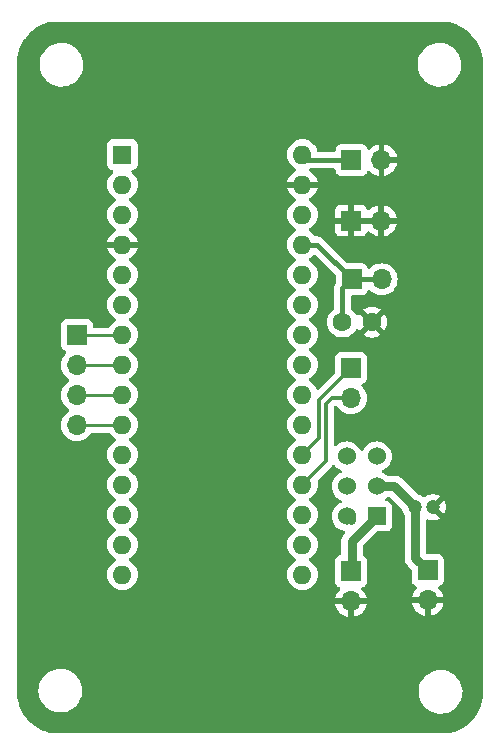
<source format=gbr>
%TF.GenerationSoftware,KiCad,Pcbnew,7.0.7*%
%TF.CreationDate,2023-10-16T17:52:53+02:00*%
%TF.ProjectId,arduino-nano-line-follower,61726475-696e-46f2-9d6e-616e6f2d6c69,0*%
%TF.SameCoordinates,Original*%
%TF.FileFunction,Copper,L1,Top*%
%TF.FilePolarity,Positive*%
%FSLAX46Y46*%
G04 Gerber Fmt 4.6, Leading zero omitted, Abs format (unit mm)*
G04 Created by KiCad (PCBNEW 7.0.7) date 2023-10-16 17:52:53*
%MOMM*%
%LPD*%
G01*
G04 APERTURE LIST*
%TA.AperFunction,ComponentPad*%
%ADD10R,1.700000X1.700000*%
%TD*%
%TA.AperFunction,ComponentPad*%
%ADD11O,1.700000X1.700000*%
%TD*%
%TA.AperFunction,ComponentPad*%
%ADD12R,1.524000X1.524000*%
%TD*%
%TA.AperFunction,ComponentPad*%
%ADD13C,1.524000*%
%TD*%
%TA.AperFunction,ComponentPad*%
%ADD14C,1.200000*%
%TD*%
%TA.AperFunction,ComponentPad*%
%ADD15C,1.600000*%
%TD*%
%TA.AperFunction,ComponentPad*%
%ADD16R,1.600000X1.600000*%
%TD*%
%TA.AperFunction,ComponentPad*%
%ADD17O,1.600000X1.600000*%
%TD*%
%TA.AperFunction,Conductor*%
%ADD18C,0.250000*%
%TD*%
%TA.AperFunction,Conductor*%
%ADD19C,0.300000*%
%TD*%
%TA.AperFunction,Conductor*%
%ADD20C,0.400000*%
%TD*%
%TA.AperFunction,Conductor*%
%ADD21C,0.800000*%
%TD*%
G04 APERTURE END LIST*
D10*
%TO.P,9V L298N,1,Pin_1*%
%TO.N,Net-(J5-Pin_1)*%
X112800000Y-81300000D03*
D11*
%TO.P,9V L298N,2,Pin_2*%
%TO.N,GND*%
X112800000Y-83840000D03*
%TD*%
D12*
%TO.P,SW2,1*%
%TO.N,Net-(J5-Pin_1)*%
X115000000Y-76640000D03*
D13*
%TO.P,SW2,2*%
%TO.N,+9V*%
X115000000Y-74100000D03*
%TO.P,SW2,3*%
%TO.N,unconnected-(SW2-Pad3)*%
X115000000Y-71560000D03*
%TO.P,SW2,4*%
%TO.N,unconnected-(SW2-Pad4)*%
X112460000Y-71560000D03*
%TO.P,SW2,5*%
%TO.N,unconnected-(SW2-Pad5)*%
X112460000Y-74100000D03*
%TO.P,SW2,6*%
%TO.N,unconnected-(SW2-Pad6)*%
X112460000Y-76640000D03*
%TD*%
D10*
%TO.P,J6,1,Pin_1*%
%TO.N,Net-(A1-A1)*%
X112800000Y-64100000D03*
D11*
%TO.P,J6,2,Pin_2*%
%TO.N,Net-(A1-A0)*%
X112800000Y-66640000D03*
%TD*%
D10*
%TO.P,J4,1,Pin_1*%
%TO.N,GND*%
X112825000Y-51600000D03*
D11*
%TO.P,J4,2,Pin_2*%
X115365000Y-51600000D03*
%TD*%
D10*
%TO.P,BT1,1,+*%
%TO.N,+9V*%
X119300000Y-81200000D03*
D11*
%TO.P,BT1,2,-*%
%TO.N,GND*%
X119300000Y-83740000D03*
%TD*%
D14*
%TO.P,C2,1*%
%TO.N,+9V*%
X118250000Y-75860000D03*
%TO.P,C2,2*%
%TO.N,GND*%
X119750000Y-75860000D03*
%TD*%
D15*
%TO.P,C1,1*%
%TO.N,Net-(A1-+5V)*%
X112085000Y-60200000D03*
%TO.P,C1,2*%
%TO.N,GND*%
X114585000Y-60200000D03*
%TD*%
D10*
%TO.P,J1,1,Pin_1*%
%TO.N,Net-(A1-D4)*%
X89600000Y-61300000D03*
D11*
%TO.P,J1,2,Pin_2*%
%TO.N,Net-(A1-D5)*%
X89600000Y-63840000D03*
%TO.P,J1,3,Pin_3*%
%TO.N,Net-(A1-D6)*%
X89600000Y-66380000D03*
%TO.P,J1,4,Pin_4*%
%TO.N,Net-(A1-D7)*%
X89600000Y-68920000D03*
%TD*%
D16*
%TO.P,A1,1,TX1*%
%TO.N,unconnected-(A1-TX1-Pad1)*%
X93460000Y-46020000D03*
D17*
%TO.P,A1,2,RX1*%
%TO.N,unconnected-(A1-RX1-Pad2)*%
X93460000Y-48560000D03*
%TO.P,A1,3,~{RESET}*%
%TO.N,unconnected-(A1-~{RESET}-Pad3)*%
X93460000Y-51100000D03*
%TO.P,A1,4,GND*%
%TO.N,GND*%
X93460000Y-53640000D03*
%TO.P,A1,5,D2*%
%TO.N,unconnected-(A1-D2-Pad5)*%
X93460000Y-56180000D03*
%TO.P,A1,6,D3*%
%TO.N,unconnected-(A1-D3-Pad6)*%
X93460000Y-58720000D03*
%TO.P,A1,7,D4*%
%TO.N,Net-(A1-D4)*%
X93460000Y-61260000D03*
%TO.P,A1,8,D5*%
%TO.N,Net-(A1-D5)*%
X93460000Y-63800000D03*
%TO.P,A1,9,D6*%
%TO.N,Net-(A1-D6)*%
X93460000Y-66340000D03*
%TO.P,A1,10,D7*%
%TO.N,Net-(A1-D7)*%
X93460000Y-68880000D03*
%TO.P,A1,11,D8*%
%TO.N,unconnected-(A1-D8-Pad11)*%
X93460000Y-71420000D03*
%TO.P,A1,12,D9*%
%TO.N,unconnected-(A1-D9-Pad12)*%
X93460000Y-73960000D03*
%TO.P,A1,13,D10*%
%TO.N,unconnected-(A1-D10-Pad13)*%
X93460000Y-76500000D03*
%TO.P,A1,14,MOSI*%
%TO.N,unconnected-(A1-MOSI-Pad14)*%
X93460000Y-79040000D03*
%TO.P,A1,15,MISO*%
%TO.N,unconnected-(A1-MISO-Pad15)*%
X93460000Y-81580000D03*
%TO.P,A1,16,SCK*%
%TO.N,unconnected-(A1-SCK-Pad16)*%
X108700000Y-81580000D03*
%TO.P,A1,17,3V3*%
%TO.N,unconnected-(A1-3V3-Pad17)*%
X108700000Y-79040000D03*
%TO.P,A1,18,AREF*%
%TO.N,unconnected-(A1-AREF-Pad18)*%
X108700000Y-76500000D03*
%TO.P,A1,19,A0*%
%TO.N,Net-(A1-A0)*%
X108700000Y-73960000D03*
%TO.P,A1,20,A1*%
%TO.N,Net-(A1-A1)*%
X108700000Y-71420000D03*
%TO.P,A1,21,A2*%
%TO.N,unconnected-(A1-A2-Pad21)*%
X108700000Y-68880000D03*
%TO.P,A1,22,A3*%
%TO.N,unconnected-(A1-A3-Pad22)*%
X108700000Y-66340000D03*
%TO.P,A1,23,SDA/A4*%
%TO.N,unconnected-(A1-SDA{slash}A4-Pad23)*%
X108700000Y-63800000D03*
%TO.P,A1,24,SCL/A5*%
%TO.N,unconnected-(A1-SCL{slash}A5-Pad24)*%
X108700000Y-61260000D03*
%TO.P,A1,25,A6*%
%TO.N,unconnected-(A1-A6-Pad25)*%
X108700000Y-58720000D03*
%TO.P,A1,26,A7*%
%TO.N,unconnected-(A1-A7-Pad26)*%
X108700000Y-56180000D03*
%TO.P,A1,27,+5V*%
%TO.N,Net-(A1-+5V)*%
X108700000Y-53640000D03*
%TO.P,A1,28,~{RESET}*%
%TO.N,unconnected-(A1-~{RESET}-Pad28)*%
X108700000Y-51100000D03*
%TO.P,A1,29,GND*%
%TO.N,GND*%
X108700000Y-48560000D03*
%TO.P,A1,30,VIN*%
%TO.N,+5V*%
X108700000Y-46020000D03*
%TD*%
D10*
%TO.P,J2,1,Pin_1*%
%TO.N,+5V*%
X112850000Y-46475000D03*
D11*
%TO.P,J2,2,Pin_2*%
%TO.N,GND*%
X115390000Y-46475000D03*
%TD*%
D10*
%TO.P,J3,1,Pin_1*%
%TO.N,Net-(A1-+5V)*%
X112860000Y-56575000D03*
D11*
%TO.P,J3,2,Pin_2*%
X115400000Y-56575000D03*
%TD*%
D18*
%TO.N,Net-(A1-D4)*%
X93420000Y-61300000D02*
X93460000Y-61260000D01*
X89600000Y-61300000D02*
X93420000Y-61300000D01*
%TO.N,Net-(A1-D5)*%
X93420000Y-63840000D02*
X93460000Y-63800000D01*
X89600000Y-63840000D02*
X93420000Y-63840000D01*
%TO.N,Net-(A1-D6)*%
X93420000Y-66380000D02*
X93460000Y-66340000D01*
X89600000Y-66380000D02*
X93420000Y-66380000D01*
%TO.N,Net-(A1-D7)*%
X93420000Y-68920000D02*
X93460000Y-68880000D01*
X89600000Y-68920000D02*
X93420000Y-68920000D01*
D19*
%TO.N,Net-(A1-A0)*%
X110700000Y-71960000D02*
X108700000Y-73960000D01*
X112800000Y-66640000D02*
X111160000Y-66640000D01*
X111160000Y-66640000D02*
X110700000Y-67100000D01*
X110700000Y-67100000D02*
X110700000Y-71960000D01*
%TO.N,Net-(A1-A1)*%
X110100000Y-70020000D02*
X108700000Y-71420000D01*
X112800000Y-64100000D02*
X110100000Y-66800000D01*
X110100000Y-66800000D02*
X110100000Y-70020000D01*
D20*
%TO.N,Net-(A1-+5V)*%
X115400000Y-56575000D02*
X112860000Y-56575000D01*
X112085000Y-60200000D02*
X112085000Y-57350000D01*
X112085000Y-57350000D02*
X112860000Y-56575000D01*
X109925000Y-53640000D02*
X108700000Y-53640000D01*
X112860000Y-56575000D02*
X109925000Y-53640000D01*
%TO.N,+5V*%
X112850000Y-46475000D02*
X109155000Y-46475000D01*
X109155000Y-46475000D02*
X108700000Y-46020000D01*
D21*
%TO.N,+9V*%
X118250000Y-80150000D02*
X118250000Y-75860000D01*
X118250000Y-75860000D02*
X116490000Y-74100000D01*
X119300000Y-81200000D02*
X118250000Y-80150000D01*
X116490000Y-74100000D02*
X115000000Y-74100000D01*
%TO.N,Net-(J5-Pin_1)*%
X112900000Y-81200000D02*
X112800000Y-81300000D01*
X112900000Y-78740000D02*
X112900000Y-81200000D01*
X115000000Y-76640000D02*
X112900000Y-78740000D01*
%TO.N,unconnected-(SW2-Pad6)*%
X112800000Y-76980000D02*
X112460000Y-76640000D01*
%TD*%
%TA.AperFunction,Conductor*%
%TO.N,GND*%
G36*
X114818692Y-51369685D02*
G01*
X114864447Y-51422489D01*
X114874391Y-51491647D01*
X114870631Y-51508933D01*
X114865000Y-51528111D01*
X114865000Y-51671888D01*
X114870631Y-51691067D01*
X114870630Y-51760936D01*
X114832855Y-51819714D01*
X114769299Y-51848738D01*
X114751653Y-51850000D01*
X113438347Y-51850000D01*
X113371308Y-51830315D01*
X113325553Y-51777511D01*
X113315609Y-51708353D01*
X113319369Y-51691067D01*
X113325000Y-51671888D01*
X113325000Y-51528111D01*
X113319369Y-51508933D01*
X113319370Y-51439064D01*
X113357145Y-51380286D01*
X113420701Y-51351262D01*
X113438347Y-51350000D01*
X114751653Y-51350000D01*
X114818692Y-51369685D01*
G37*
%TD.AperFunction*%
%TA.AperFunction,Conductor*%
G36*
X121271746Y-34830258D02*
G01*
X121310533Y-34836524D01*
X121419412Y-34872520D01*
X121637106Y-34945392D01*
X121642451Y-34947462D01*
X121762612Y-35000548D01*
X121798636Y-35016463D01*
X121976790Y-35097557D01*
X121981519Y-35099959D01*
X121993137Y-35106499D01*
X122136318Y-35187098D01*
X122299521Y-35283007D01*
X122303557Y-35285597D01*
X122451639Y-35388964D01*
X122563349Y-35471349D01*
X122601997Y-35499852D01*
X122605406Y-35502556D01*
X122692609Y-35576922D01*
X122744028Y-35620772D01*
X122881242Y-35745956D01*
X122884026Y-35748664D01*
X123011234Y-35880381D01*
X123134409Y-36018836D01*
X123136629Y-36021474D01*
X123249935Y-36164118D01*
X123251724Y-36166487D01*
X123358997Y-36315823D01*
X123360686Y-36318299D01*
X123459675Y-36471192D01*
X123461463Y-36474131D01*
X123553344Y-36635060D01*
X123637554Y-36797656D01*
X123639246Y-36801192D01*
X123714061Y-36971166D01*
X123781831Y-37140271D01*
X123783316Y-37144393D01*
X123840390Y-37322261D01*
X123891068Y-37495587D01*
X123892245Y-37500285D01*
X123931029Y-37685559D01*
X123964182Y-37860055D01*
X123964948Y-37865304D01*
X123984919Y-38060003D01*
X124000444Y-38230045D01*
X124000701Y-38235805D01*
X124000260Y-38465282D01*
X123999507Y-38598542D01*
X123999418Y-38601508D01*
X123997799Y-38631447D01*
X123999091Y-38647303D01*
X123999500Y-38651130D01*
X123999500Y-91498531D01*
X123999431Y-91501449D01*
X123993011Y-91637710D01*
X123982562Y-91843598D01*
X123982024Y-91849186D01*
X123958746Y-92012908D01*
X123931300Y-92191949D01*
X123930306Y-92197017D01*
X123890537Y-92362830D01*
X123846289Y-92533612D01*
X123844934Y-92538129D01*
X123789034Y-92701564D01*
X123728335Y-92865343D01*
X123726716Y-92869289D01*
X123655196Y-93027859D01*
X123578568Y-93183964D01*
X123576782Y-93187337D01*
X123490288Y-93339148D01*
X123398397Y-93486461D01*
X123396538Y-93489269D01*
X123296729Y-93631454D01*
X123294996Y-93633803D01*
X123189512Y-93769965D01*
X123187670Y-93772230D01*
X123074926Y-93904412D01*
X123072672Y-93906914D01*
X122953001Y-94032692D01*
X122827620Y-94154376D01*
X122824800Y-94156949D01*
X122692800Y-94270148D01*
X122557121Y-94379032D01*
X122553704Y-94381586D01*
X122410307Y-94481270D01*
X122266005Y-94576248D01*
X122261971Y-94578689D01*
X122107673Y-94664201D01*
X121957050Y-94744145D01*
X121952392Y-94746374D01*
X121785907Y-94817681D01*
X121633174Y-94881141D01*
X121627897Y-94883058D01*
X121431197Y-94944608D01*
X121317329Y-94979785D01*
X121280813Y-94985310D01*
X87402001Y-95008619D01*
X87368811Y-95004118D01*
X87255069Y-94972608D01*
X87036301Y-94911130D01*
X87030849Y-94909321D01*
X86871988Y-94848328D01*
X86691300Y-94776639D01*
X86686476Y-94774483D01*
X86528224Y-94695500D01*
X86361500Y-94608394D01*
X86357313Y-94605995D01*
X86342100Y-94596473D01*
X86252495Y-94540387D01*
X86204933Y-94510617D01*
X86050148Y-94408053D01*
X86046597Y-94405515D01*
X85902848Y-94294962D01*
X85760363Y-94177616D01*
X85757428Y-94175040D01*
X85624302Y-94050539D01*
X85494982Y-93919319D01*
X85492663Y-93916831D01*
X85372749Y-93780804D01*
X85370858Y-93778551D01*
X85256692Y-93635731D01*
X85254947Y-93633437D01*
X85148656Y-93486483D01*
X85146741Y-93483674D01*
X85053980Y-93339148D01*
X85047230Y-93328631D01*
X84955112Y-93171357D01*
X84953245Y-93167927D01*
X84870160Y-93003084D01*
X84793981Y-92838508D01*
X84792288Y-92834485D01*
X84726348Y-92660943D01*
X84666868Y-92491275D01*
X84665451Y-92486665D01*
X84617205Y-92304841D01*
X84597761Y-92225675D01*
X84575017Y-92133073D01*
X84573979Y-92127905D01*
X84573631Y-92125690D01*
X84543853Y-91935886D01*
X84519342Y-91767449D01*
X84518784Y-91761781D01*
X84506989Y-91534625D01*
X84503766Y-91467763D01*
X86345787Y-91467763D01*
X86375413Y-91737013D01*
X86375415Y-91737024D01*
X86436144Y-91969314D01*
X86443928Y-91999088D01*
X86549870Y-92248390D01*
X86619712Y-92362830D01*
X86690979Y-92479605D01*
X86690986Y-92479615D01*
X86864253Y-92687819D01*
X86864259Y-92687824D01*
X87065998Y-92868582D01*
X87291910Y-93018044D01*
X87537176Y-93133020D01*
X87537183Y-93133022D01*
X87537185Y-93133023D01*
X87796557Y-93211057D01*
X87796564Y-93211058D01*
X87796569Y-93211060D01*
X88064561Y-93250500D01*
X88064566Y-93250500D01*
X88267636Y-93250500D01*
X88319133Y-93246730D01*
X88470156Y-93235677D01*
X88582758Y-93210593D01*
X88734546Y-93176782D01*
X88734548Y-93176781D01*
X88734553Y-93176780D01*
X88987558Y-93080014D01*
X89223777Y-92947441D01*
X89438177Y-92781888D01*
X89626186Y-92586881D01*
X89783799Y-92366579D01*
X89903846Y-92133086D01*
X89907649Y-92125690D01*
X89907651Y-92125684D01*
X89907656Y-92125675D01*
X89995118Y-91869305D01*
X90044319Y-91602933D01*
X90045604Y-91567763D01*
X118545787Y-91567763D01*
X118575413Y-91837013D01*
X118575415Y-91837024D01*
X118643926Y-92099082D01*
X118643928Y-92099088D01*
X118749870Y-92348390D01*
X118890979Y-92579605D01*
X118890986Y-92579615D01*
X119064253Y-92787819D01*
X119064259Y-92787824D01*
X119116336Y-92834485D01*
X119265998Y-92968582D01*
X119491910Y-93118044D01*
X119737176Y-93233020D01*
X119737183Y-93233022D01*
X119737185Y-93233023D01*
X119996557Y-93311057D01*
X119996564Y-93311058D01*
X119996569Y-93311060D01*
X120264561Y-93350500D01*
X120264566Y-93350500D01*
X120467636Y-93350500D01*
X120519133Y-93346730D01*
X120670156Y-93335677D01*
X120782758Y-93310593D01*
X120934546Y-93276782D01*
X120934548Y-93276781D01*
X120934553Y-93276780D01*
X121187558Y-93180014D01*
X121423777Y-93047441D01*
X121638177Y-92881888D01*
X121826186Y-92686881D01*
X121983799Y-92466579D01*
X122077836Y-92283676D01*
X122107649Y-92225690D01*
X122107651Y-92225684D01*
X122107656Y-92225675D01*
X122195118Y-91969305D01*
X122244319Y-91702933D01*
X122254212Y-91432235D01*
X122224586Y-91162982D01*
X122156072Y-90900912D01*
X122050130Y-90651610D01*
X121909018Y-90420390D01*
X121819747Y-90313119D01*
X121735746Y-90212180D01*
X121735740Y-90212175D01*
X121534002Y-90031418D01*
X121308092Y-89881957D01*
X121308090Y-89881956D01*
X121062824Y-89766980D01*
X121062819Y-89766978D01*
X121062814Y-89766976D01*
X120803442Y-89688942D01*
X120803428Y-89688939D01*
X120687791Y-89671921D01*
X120535439Y-89649500D01*
X120332369Y-89649500D01*
X120332364Y-89649500D01*
X120129844Y-89664323D01*
X120129831Y-89664325D01*
X119865453Y-89723217D01*
X119865446Y-89723220D01*
X119612439Y-89819987D01*
X119376226Y-89952557D01*
X119161822Y-90118112D01*
X118973822Y-90313109D01*
X118973816Y-90313116D01*
X118816202Y-90533419D01*
X118816199Y-90533424D01*
X118692350Y-90774309D01*
X118692343Y-90774327D01*
X118604884Y-91030685D01*
X118604881Y-91030699D01*
X118555681Y-91297068D01*
X118555680Y-91297075D01*
X118545787Y-91567763D01*
X90045604Y-91567763D01*
X90054212Y-91332235D01*
X90024586Y-91062982D01*
X89956072Y-90800912D01*
X89850130Y-90551610D01*
X89709018Y-90320390D01*
X89619747Y-90213119D01*
X89535746Y-90112180D01*
X89535740Y-90112175D01*
X89334002Y-89931418D01*
X89108092Y-89781957D01*
X89076143Y-89766980D01*
X88862824Y-89666980D01*
X88862819Y-89666978D01*
X88862814Y-89666976D01*
X88603442Y-89588942D01*
X88603428Y-89588939D01*
X88487791Y-89571921D01*
X88335439Y-89549500D01*
X88132369Y-89549500D01*
X88132364Y-89549500D01*
X87929844Y-89564323D01*
X87929831Y-89564325D01*
X87665453Y-89623217D01*
X87665446Y-89623220D01*
X87412439Y-89719987D01*
X87176226Y-89852557D01*
X86961822Y-90018112D01*
X86773822Y-90213109D01*
X86773816Y-90213116D01*
X86616202Y-90433419D01*
X86616199Y-90433424D01*
X86492350Y-90674309D01*
X86492343Y-90674327D01*
X86404884Y-90930685D01*
X86404881Y-90930699D01*
X86355681Y-91197068D01*
X86355680Y-91197075D01*
X86345787Y-91467763D01*
X84503766Y-91467763D01*
X84500571Y-91401492D01*
X84500500Y-91398510D01*
X84500500Y-68920000D01*
X88244341Y-68920000D01*
X88264936Y-69155403D01*
X88264938Y-69155413D01*
X88326094Y-69383655D01*
X88326096Y-69383659D01*
X88326097Y-69383663D01*
X88395609Y-69532732D01*
X88425965Y-69597830D01*
X88425967Y-69597834D01*
X88510908Y-69719141D01*
X88561505Y-69791401D01*
X88728599Y-69958495D01*
X88802967Y-70010568D01*
X88922165Y-70094032D01*
X88922167Y-70094033D01*
X88922170Y-70094035D01*
X89136337Y-70193903D01*
X89364592Y-70255063D01*
X89552918Y-70271539D01*
X89599999Y-70275659D01*
X89600000Y-70275659D01*
X89600001Y-70275659D01*
X89639234Y-70272226D01*
X89835408Y-70255063D01*
X90063663Y-70193903D01*
X90277830Y-70094035D01*
X90471401Y-69958495D01*
X90638495Y-69791401D01*
X90773651Y-69598377D01*
X90828229Y-69554752D01*
X90875227Y-69545500D01*
X92273820Y-69545500D01*
X92340859Y-69565185D01*
X92375395Y-69598377D01*
X92459954Y-69719141D01*
X92620858Y-69880045D01*
X92620861Y-69880047D01*
X92807266Y-70010568D01*
X92865275Y-70037618D01*
X92917714Y-70083791D01*
X92936866Y-70150984D01*
X92916650Y-70217865D01*
X92865275Y-70262382D01*
X92807267Y-70289431D01*
X92807265Y-70289432D01*
X92620858Y-70419954D01*
X92459954Y-70580858D01*
X92329432Y-70767265D01*
X92329431Y-70767267D01*
X92233261Y-70973502D01*
X92233258Y-70973511D01*
X92174366Y-71193302D01*
X92174364Y-71193313D01*
X92154532Y-71419998D01*
X92154532Y-71420001D01*
X92174364Y-71646686D01*
X92174366Y-71646697D01*
X92233258Y-71866488D01*
X92233261Y-71866497D01*
X92329431Y-72072732D01*
X92329432Y-72072734D01*
X92459954Y-72259141D01*
X92620858Y-72420045D01*
X92620861Y-72420047D01*
X92807266Y-72550568D01*
X92865275Y-72577618D01*
X92917714Y-72623791D01*
X92936866Y-72690984D01*
X92916650Y-72757865D01*
X92865275Y-72802382D01*
X92807267Y-72829431D01*
X92807265Y-72829432D01*
X92620858Y-72959954D01*
X92459954Y-73120858D01*
X92329432Y-73307265D01*
X92329431Y-73307267D01*
X92233261Y-73513502D01*
X92233258Y-73513511D01*
X92174366Y-73733302D01*
X92174364Y-73733313D01*
X92154532Y-73959998D01*
X92154532Y-73960001D01*
X92174364Y-74186686D01*
X92174366Y-74186697D01*
X92233258Y-74406488D01*
X92233261Y-74406497D01*
X92329431Y-74612732D01*
X92329432Y-74612734D01*
X92459954Y-74799141D01*
X92620858Y-74960045D01*
X92620861Y-74960047D01*
X92807266Y-75090568D01*
X92865275Y-75117618D01*
X92917714Y-75163791D01*
X92936866Y-75230984D01*
X92916650Y-75297865D01*
X92865275Y-75342382D01*
X92807267Y-75369431D01*
X92807265Y-75369432D01*
X92620858Y-75499954D01*
X92459954Y-75660858D01*
X92329432Y-75847265D01*
X92329431Y-75847267D01*
X92233261Y-76053502D01*
X92233258Y-76053511D01*
X92174366Y-76273302D01*
X92174364Y-76273313D01*
X92154532Y-76499998D01*
X92154532Y-76500001D01*
X92174364Y-76726686D01*
X92174366Y-76726697D01*
X92233258Y-76946488D01*
X92233261Y-76946497D01*
X92329431Y-77152732D01*
X92329432Y-77152734D01*
X92459954Y-77339141D01*
X92620858Y-77500045D01*
X92620861Y-77500047D01*
X92807266Y-77630568D01*
X92865275Y-77657618D01*
X92917714Y-77703791D01*
X92936866Y-77770984D01*
X92916650Y-77837865D01*
X92865275Y-77882382D01*
X92807267Y-77909431D01*
X92807265Y-77909432D01*
X92620858Y-78039954D01*
X92459954Y-78200858D01*
X92329432Y-78387265D01*
X92329431Y-78387267D01*
X92233261Y-78593502D01*
X92233258Y-78593511D01*
X92174366Y-78813302D01*
X92174364Y-78813313D01*
X92154532Y-79039998D01*
X92154532Y-79040001D01*
X92174364Y-79266686D01*
X92174366Y-79266697D01*
X92233258Y-79486488D01*
X92233261Y-79486497D01*
X92329431Y-79692732D01*
X92329432Y-79692734D01*
X92459954Y-79879141D01*
X92620858Y-80040045D01*
X92620861Y-80040047D01*
X92807266Y-80170568D01*
X92864355Y-80197189D01*
X92865275Y-80197618D01*
X92917714Y-80243791D01*
X92936866Y-80310984D01*
X92916650Y-80377865D01*
X92865275Y-80422382D01*
X92807267Y-80449431D01*
X92807265Y-80449432D01*
X92620858Y-80579954D01*
X92459954Y-80740858D01*
X92329432Y-80927265D01*
X92329431Y-80927267D01*
X92233261Y-81133502D01*
X92233258Y-81133511D01*
X92174366Y-81353302D01*
X92174364Y-81353313D01*
X92154532Y-81579998D01*
X92154532Y-81580001D01*
X92174364Y-81806686D01*
X92174366Y-81806697D01*
X92233258Y-82026488D01*
X92233261Y-82026497D01*
X92329431Y-82232732D01*
X92329432Y-82232734D01*
X92459954Y-82419141D01*
X92620858Y-82580045D01*
X92640497Y-82593796D01*
X92807266Y-82710568D01*
X93013504Y-82806739D01*
X93233308Y-82865635D01*
X93395230Y-82879801D01*
X93459998Y-82885468D01*
X93460000Y-82885468D01*
X93460002Y-82885468D01*
X93516673Y-82880509D01*
X93686692Y-82865635D01*
X93906496Y-82806739D01*
X94112734Y-82710568D01*
X94299139Y-82580047D01*
X94460047Y-82419139D01*
X94590568Y-82232734D01*
X94686739Y-82026496D01*
X94745635Y-81806692D01*
X94765468Y-81580001D01*
X107394532Y-81580001D01*
X107414364Y-81806686D01*
X107414366Y-81806697D01*
X107473258Y-82026488D01*
X107473261Y-82026497D01*
X107569431Y-82232732D01*
X107569432Y-82232734D01*
X107699954Y-82419141D01*
X107860858Y-82580045D01*
X107880497Y-82593796D01*
X108047266Y-82710568D01*
X108253504Y-82806739D01*
X108473308Y-82865635D01*
X108635230Y-82879801D01*
X108699998Y-82885468D01*
X108700000Y-82885468D01*
X108700002Y-82885468D01*
X108756673Y-82880509D01*
X108926692Y-82865635D01*
X109146496Y-82806739D01*
X109352734Y-82710568D01*
X109539139Y-82580047D01*
X109700047Y-82419139D01*
X109830568Y-82232734D01*
X109926739Y-82026496D01*
X109985635Y-81806692D01*
X110005468Y-81580000D01*
X109985635Y-81353308D01*
X109926739Y-81133504D01*
X109830568Y-80927266D01*
X109700047Y-80740861D01*
X109700045Y-80740858D01*
X109539141Y-80579954D01*
X109352734Y-80449432D01*
X109352728Y-80449429D01*
X109294725Y-80422382D01*
X109242285Y-80376210D01*
X109223133Y-80309017D01*
X109243348Y-80242135D01*
X109294725Y-80197618D01*
X109295645Y-80197189D01*
X109352734Y-80170568D01*
X109539139Y-80040047D01*
X109700047Y-79879139D01*
X109830568Y-79692734D01*
X109926739Y-79486496D01*
X109985635Y-79266692D01*
X110005468Y-79040000D01*
X109985635Y-78813308D01*
X109926739Y-78593504D01*
X109830568Y-78387266D01*
X109704895Y-78207785D01*
X109700045Y-78200858D01*
X109539141Y-78039954D01*
X109352734Y-77909432D01*
X109352728Y-77909429D01*
X109294725Y-77882382D01*
X109242285Y-77836210D01*
X109223133Y-77769017D01*
X109243348Y-77702135D01*
X109294725Y-77657618D01*
X109352734Y-77630568D01*
X109539139Y-77500047D01*
X109700047Y-77339139D01*
X109830568Y-77152734D01*
X109926739Y-76946496D01*
X109985635Y-76726692D01*
X110005468Y-76500000D01*
X109985635Y-76273308D01*
X109929281Y-76062992D01*
X109926741Y-76053511D01*
X109926738Y-76053502D01*
X109893803Y-75982873D01*
X109830568Y-75847266D01*
X109710701Y-75676076D01*
X109700045Y-75660858D01*
X109539141Y-75499954D01*
X109352734Y-75369432D01*
X109352728Y-75369429D01*
X109294725Y-75342382D01*
X109242285Y-75296210D01*
X109223133Y-75229017D01*
X109243348Y-75162135D01*
X109294725Y-75117618D01*
X109352734Y-75090568D01*
X109539139Y-74960047D01*
X109700047Y-74799139D01*
X109830568Y-74612734D01*
X109926739Y-74406496D01*
X109985635Y-74186692D01*
X110005468Y-73960000D01*
X109985635Y-73733308D01*
X109974789Y-73692834D01*
X109976453Y-73622984D01*
X110006882Y-73573062D01*
X111099513Y-72480431D01*
X111112079Y-72470365D01*
X111111925Y-72470178D01*
X111117937Y-72465204D01*
X111117937Y-72465203D01*
X111117940Y-72465202D01*
X111167190Y-72412755D01*
X111188911Y-72391035D01*
X111193401Y-72385245D01*
X111197183Y-72380815D01*
X111230448Y-72345393D01*
X111239265Y-72329353D01*
X111288806Y-72280090D01*
X111357120Y-72265429D01*
X111422516Y-72290029D01*
X111449503Y-72317964D01*
X111489174Y-72374620D01*
X111489175Y-72374621D01*
X111645378Y-72530824D01*
X111645384Y-72530829D01*
X111826333Y-72657531D01*
X111826335Y-72657532D01*
X111826338Y-72657534D01*
X111925423Y-72703738D01*
X111955189Y-72717618D01*
X112007628Y-72763790D01*
X112026780Y-72830984D01*
X112006564Y-72897865D01*
X111955189Y-72942382D01*
X111826340Y-73002465D01*
X111826338Y-73002466D01*
X111645377Y-73129175D01*
X111489175Y-73285377D01*
X111362466Y-73466338D01*
X111362465Y-73466340D01*
X111269107Y-73666548D01*
X111269104Y-73666554D01*
X111211930Y-73879929D01*
X111211929Y-73879937D01*
X111192677Y-74099997D01*
X111192677Y-74100002D01*
X111211929Y-74320062D01*
X111211930Y-74320070D01*
X111269104Y-74533445D01*
X111269105Y-74533447D01*
X111269106Y-74533450D01*
X111278425Y-74553434D01*
X111362466Y-74733662D01*
X111362468Y-74733666D01*
X111489170Y-74914615D01*
X111489175Y-74914621D01*
X111645378Y-75070824D01*
X111645384Y-75070829D01*
X111826333Y-75197531D01*
X111826335Y-75197532D01*
X111826338Y-75197534D01*
X111908514Y-75235853D01*
X111955189Y-75257618D01*
X112007628Y-75303790D01*
X112026780Y-75370984D01*
X112006564Y-75437865D01*
X111955189Y-75482382D01*
X111826340Y-75542465D01*
X111826338Y-75542466D01*
X111645377Y-75669175D01*
X111489175Y-75825377D01*
X111362466Y-76006338D01*
X111362465Y-76006340D01*
X111269107Y-76206548D01*
X111269104Y-76206554D01*
X111211930Y-76419929D01*
X111211929Y-76419937D01*
X111192677Y-76639997D01*
X111192677Y-76640002D01*
X111211929Y-76860062D01*
X111211930Y-76860070D01*
X111269104Y-77073445D01*
X111269105Y-77073447D01*
X111269106Y-77073450D01*
X111306076Y-77152732D01*
X111362466Y-77273662D01*
X111362468Y-77273666D01*
X111489170Y-77454615D01*
X111489175Y-77454621D01*
X111645378Y-77610824D01*
X111645384Y-77610829D01*
X111826333Y-77737531D01*
X111826335Y-77737532D01*
X111826338Y-77737534D01*
X112026550Y-77830894D01*
X112218015Y-77882197D01*
X112277676Y-77918562D01*
X112308205Y-77981409D01*
X112299910Y-78050784D01*
X112278072Y-78084944D01*
X112247667Y-78118712D01*
X112245435Y-78121064D01*
X112229891Y-78136609D01*
X112229875Y-78136627D01*
X112216039Y-78153710D01*
X112213936Y-78156172D01*
X112167469Y-78207781D01*
X112167466Y-78207785D01*
X112160458Y-78219923D01*
X112149444Y-78235948D01*
X112140626Y-78246837D01*
X112140616Y-78246853D01*
X112109082Y-78308740D01*
X112107533Y-78311592D01*
X112072821Y-78371713D01*
X112068487Y-78385053D01*
X112061045Y-78403020D01*
X112054680Y-78415512D01*
X112036706Y-78482584D01*
X112035785Y-78485692D01*
X112014326Y-78551742D01*
X112014325Y-78551745D01*
X112012860Y-78565686D01*
X112009315Y-78584812D01*
X112005686Y-78598352D01*
X112002051Y-78667710D01*
X112001797Y-78670941D01*
X111999500Y-78692810D01*
X111999500Y-78714797D01*
X111999415Y-78718042D01*
X111995781Y-78787387D01*
X111997973Y-78801225D01*
X111999500Y-78820626D01*
X111999500Y-79827648D01*
X111979815Y-79894687D01*
X111927011Y-79940442D01*
X111888755Y-79950938D01*
X111842516Y-79955909D01*
X111707671Y-80006202D01*
X111707664Y-80006206D01*
X111592455Y-80092452D01*
X111592452Y-80092455D01*
X111506206Y-80207664D01*
X111506202Y-80207671D01*
X111455908Y-80342517D01*
X111449501Y-80402116D01*
X111449501Y-80402123D01*
X111449500Y-80402135D01*
X111449500Y-82197870D01*
X111449501Y-82197876D01*
X111455908Y-82257483D01*
X111506202Y-82392328D01*
X111506206Y-82392335D01*
X111592452Y-82507544D01*
X111592455Y-82507547D01*
X111707664Y-82593793D01*
X111707671Y-82593797D01*
X111707674Y-82593798D01*
X111839598Y-82643002D01*
X111895531Y-82684873D01*
X111919949Y-82750337D01*
X111905098Y-82818610D01*
X111883947Y-82846865D01*
X111761886Y-82968926D01*
X111626400Y-83162420D01*
X111626399Y-83162422D01*
X111526570Y-83376507D01*
X111526567Y-83376513D01*
X111469364Y-83589999D01*
X111469364Y-83590000D01*
X112186653Y-83590000D01*
X112253692Y-83609685D01*
X112299447Y-83662489D01*
X112309391Y-83731647D01*
X112305631Y-83748933D01*
X112300000Y-83768111D01*
X112300000Y-83911888D01*
X112305631Y-83931067D01*
X112305630Y-84000936D01*
X112267855Y-84059714D01*
X112204299Y-84088738D01*
X112186653Y-84090000D01*
X111469364Y-84090000D01*
X111526567Y-84303486D01*
X111526570Y-84303492D01*
X111626399Y-84517578D01*
X111761894Y-84711082D01*
X111928917Y-84878105D01*
X112122421Y-85013600D01*
X112336507Y-85113429D01*
X112336516Y-85113433D01*
X112550000Y-85170634D01*
X112550000Y-84452301D01*
X112569685Y-84385262D01*
X112622489Y-84339507D01*
X112691647Y-84329563D01*
X112764237Y-84340000D01*
X112764238Y-84340000D01*
X112835762Y-84340000D01*
X112835763Y-84340000D01*
X112908353Y-84329563D01*
X112977512Y-84339507D01*
X113030315Y-84385262D01*
X113050000Y-84452301D01*
X113050000Y-85170633D01*
X113263483Y-85113433D01*
X113263492Y-85113429D01*
X113477578Y-85013600D01*
X113671082Y-84878105D01*
X113838105Y-84711082D01*
X113973600Y-84517578D01*
X114073429Y-84303492D01*
X114073432Y-84303486D01*
X114130636Y-84090000D01*
X113413347Y-84090000D01*
X113346308Y-84070315D01*
X113300553Y-84017511D01*
X113290609Y-83948353D01*
X113294369Y-83931067D01*
X113300000Y-83911888D01*
X113300000Y-83768111D01*
X113294369Y-83748933D01*
X113294370Y-83679064D01*
X113332145Y-83620286D01*
X113395701Y-83591262D01*
X113413347Y-83590000D01*
X114130636Y-83590000D01*
X114130635Y-83589999D01*
X114073432Y-83376513D01*
X114073429Y-83376507D01*
X113973600Y-83162422D01*
X113973599Y-83162420D01*
X113838113Y-82968926D01*
X113838108Y-82968920D01*
X113716053Y-82846865D01*
X113682568Y-82785542D01*
X113687552Y-82715850D01*
X113729424Y-82659917D01*
X113760400Y-82643002D01*
X113892331Y-82593796D01*
X114007546Y-82507546D01*
X114093796Y-82392331D01*
X114144091Y-82257483D01*
X114150500Y-82197873D01*
X114150499Y-80402128D01*
X114144091Y-80342517D01*
X114142499Y-80338249D01*
X114093797Y-80207671D01*
X114093793Y-80207664D01*
X114007547Y-80092455D01*
X114007544Y-80092452D01*
X113892335Y-80006206D01*
X113892332Y-80006205D01*
X113892331Y-80006204D01*
X113881161Y-80002038D01*
X113825231Y-79960166D01*
X113800816Y-79894701D01*
X113800500Y-79885858D01*
X113800500Y-79164360D01*
X113820185Y-79097321D01*
X113836819Y-79076679D01*
X114974680Y-77938818D01*
X115036003Y-77905333D01*
X115062361Y-77902499D01*
X115809871Y-77902499D01*
X115809872Y-77902499D01*
X115869483Y-77896091D01*
X116004331Y-77845796D01*
X116119546Y-77759546D01*
X116205796Y-77644331D01*
X116256091Y-77509483D01*
X116262500Y-77449873D01*
X116262499Y-75830128D01*
X116256091Y-75770517D01*
X116205796Y-75635669D01*
X116205795Y-75635668D01*
X116205793Y-75635664D01*
X116119547Y-75520455D01*
X116119544Y-75520452D01*
X116004335Y-75434206D01*
X116004328Y-75434202D01*
X115869482Y-75383908D01*
X115869483Y-75383908D01*
X115809883Y-75377501D01*
X115809881Y-75377500D01*
X115809873Y-75377500D01*
X115809865Y-75377500D01*
X115769921Y-75377500D01*
X115702882Y-75357815D01*
X115657127Y-75305011D01*
X115647183Y-75235853D01*
X115676208Y-75172297D01*
X115698798Y-75151925D01*
X115814620Y-75070826D01*
X115848627Y-75036819D01*
X115909950Y-75003334D01*
X115936308Y-75000500D01*
X116065639Y-75000500D01*
X116132678Y-75020185D01*
X116153320Y-75036819D01*
X117134475Y-76017974D01*
X117166060Y-76071720D01*
X117219417Y-76259247D01*
X117219422Y-76259260D01*
X117310327Y-76441821D01*
X117324454Y-76460528D01*
X117349146Y-76525889D01*
X117349500Y-76535255D01*
X117349500Y-80069373D01*
X117347973Y-80088772D01*
X117345781Y-80102611D01*
X117349415Y-80171956D01*
X117349500Y-80175201D01*
X117349500Y-80197189D01*
X117351797Y-80219059D01*
X117352051Y-80222290D01*
X117355686Y-80291643D01*
X117355688Y-80291653D01*
X117359315Y-80305189D01*
X117362860Y-80324314D01*
X117364325Y-80338249D01*
X117364326Y-80338256D01*
X117385078Y-80402127D01*
X117385784Y-80404298D01*
X117386705Y-80407409D01*
X117404679Y-80474486D01*
X117404684Y-80474498D01*
X117411043Y-80486978D01*
X117418488Y-80504949D01*
X117422820Y-80518282D01*
X117457537Y-80578414D01*
X117459085Y-80581266D01*
X117480992Y-80624259D01*
X117490617Y-80643149D01*
X117490619Y-80643151D01*
X117490620Y-80643153D01*
X117499438Y-80654043D01*
X117510454Y-80670070D01*
X117517465Y-80682213D01*
X117517470Y-80682220D01*
X117563939Y-80733831D01*
X117566043Y-80736295D01*
X117579882Y-80753382D01*
X117595423Y-80768922D01*
X117597657Y-80771277D01*
X117644128Y-80822887D01*
X117655468Y-80831126D01*
X117670265Y-80843764D01*
X117913181Y-81086680D01*
X117946666Y-81148003D01*
X117949500Y-81174361D01*
X117949500Y-82097870D01*
X117949501Y-82097876D01*
X117955908Y-82157483D01*
X118006202Y-82292328D01*
X118006206Y-82292335D01*
X118092452Y-82407544D01*
X118092455Y-82407547D01*
X118207664Y-82493793D01*
X118207671Y-82493797D01*
X118244537Y-82507547D01*
X118339598Y-82543002D01*
X118395531Y-82584873D01*
X118419949Y-82650337D01*
X118405098Y-82718610D01*
X118383947Y-82746865D01*
X118261886Y-82868926D01*
X118126400Y-83062420D01*
X118126399Y-83062422D01*
X118026570Y-83276507D01*
X118026567Y-83276513D01*
X117969364Y-83489999D01*
X117969364Y-83490000D01*
X118686653Y-83490000D01*
X118753692Y-83509685D01*
X118799447Y-83562489D01*
X118809391Y-83631647D01*
X118805631Y-83648933D01*
X118800000Y-83668111D01*
X118800000Y-83811888D01*
X118805631Y-83831067D01*
X118805630Y-83900936D01*
X118767855Y-83959714D01*
X118704299Y-83988738D01*
X118686653Y-83990000D01*
X117969364Y-83990000D01*
X118026567Y-84203486D01*
X118026570Y-84203492D01*
X118126399Y-84417578D01*
X118261894Y-84611082D01*
X118428917Y-84778105D01*
X118622421Y-84913600D01*
X118836507Y-85013429D01*
X118836516Y-85013433D01*
X119050000Y-85070634D01*
X119050000Y-84352301D01*
X119069685Y-84285262D01*
X119122489Y-84239507D01*
X119191647Y-84229563D01*
X119264237Y-84240000D01*
X119264238Y-84240000D01*
X119335762Y-84240000D01*
X119335763Y-84240000D01*
X119408353Y-84229563D01*
X119477512Y-84239507D01*
X119530315Y-84285262D01*
X119550000Y-84352301D01*
X119550000Y-85070633D01*
X119763483Y-85013433D01*
X119763492Y-85013429D01*
X119977578Y-84913600D01*
X120171082Y-84778105D01*
X120338105Y-84611082D01*
X120473600Y-84417578D01*
X120573429Y-84203492D01*
X120573432Y-84203486D01*
X120630636Y-83990000D01*
X119913347Y-83990000D01*
X119846308Y-83970315D01*
X119800553Y-83917511D01*
X119790609Y-83848353D01*
X119794369Y-83831067D01*
X119800000Y-83811888D01*
X119800000Y-83668111D01*
X119794369Y-83648933D01*
X119794370Y-83579064D01*
X119832145Y-83520286D01*
X119895701Y-83491262D01*
X119913347Y-83490000D01*
X120630636Y-83490000D01*
X120630635Y-83489999D01*
X120573432Y-83276513D01*
X120573429Y-83276507D01*
X120473600Y-83062422D01*
X120473599Y-83062420D01*
X120338113Y-82868926D01*
X120338108Y-82868920D01*
X120216053Y-82746865D01*
X120182568Y-82685542D01*
X120187552Y-82615850D01*
X120229424Y-82559917D01*
X120260400Y-82543002D01*
X120392331Y-82493796D01*
X120507546Y-82407546D01*
X120593796Y-82292331D01*
X120644091Y-82157483D01*
X120650500Y-82097873D01*
X120650499Y-80302128D01*
X120644091Y-80242517D01*
X120631094Y-80207671D01*
X120593797Y-80107671D01*
X120593793Y-80107664D01*
X120507547Y-79992455D01*
X120507544Y-79992452D01*
X120392335Y-79906206D01*
X120392328Y-79906202D01*
X120257482Y-79855908D01*
X120257483Y-79855908D01*
X120197883Y-79849501D01*
X120197881Y-79849500D01*
X120197873Y-79849500D01*
X120197865Y-79849500D01*
X119274500Y-79849500D01*
X119207461Y-79829815D01*
X119161706Y-79777011D01*
X119150500Y-79725500D01*
X119150500Y-76988430D01*
X119170185Y-76921391D01*
X119222989Y-76875636D01*
X119292147Y-76865692D01*
X119319294Y-76872804D01*
X119447673Y-76922538D01*
X119648072Y-76960000D01*
X119851928Y-76960000D01*
X120052321Y-76922539D01*
X120242414Y-76848897D01*
X120330688Y-76794240D01*
X119860263Y-76323816D01*
X119826778Y-76262493D01*
X119831762Y-76192802D01*
X119873633Y-76136868D01*
X119882658Y-76130713D01*
X119955610Y-76085543D01*
X120023201Y-75996038D01*
X120023200Y-75996038D01*
X120030126Y-75986868D01*
X120033540Y-75989446D01*
X120065721Y-75954673D01*
X120133368Y-75937190D01*
X120199728Y-75959056D01*
X120216995Y-75973443D01*
X120687465Y-76443912D01*
X120689247Y-76441552D01*
X120689249Y-76441550D01*
X120780113Y-76259069D01*
X120780116Y-76259063D01*
X120835902Y-76062992D01*
X120835903Y-76062989D01*
X120854713Y-75860000D01*
X120854713Y-75859999D01*
X120835903Y-75657010D01*
X120835902Y-75657007D01*
X120780116Y-75460936D01*
X120780113Y-75460930D01*
X120689244Y-75278441D01*
X120687466Y-75276086D01*
X120687465Y-75276085D01*
X120213119Y-75750432D01*
X120151796Y-75783917D01*
X120082104Y-75778933D01*
X120026171Y-75737061D01*
X120014440Y-75718028D01*
X119993552Y-75676078D01*
X119985974Y-75669170D01*
X119910667Y-75600517D01*
X119910666Y-75600516D01*
X119904511Y-75598131D01*
X119849110Y-75555561D01*
X119825518Y-75489795D01*
X119841228Y-75421714D01*
X119861623Y-75394824D01*
X120330688Y-74925758D01*
X120330687Y-74925757D01*
X120242418Y-74871104D01*
X120242411Y-74871100D01*
X120052321Y-74797460D01*
X119851928Y-74760000D01*
X119648072Y-74760000D01*
X119447678Y-74797460D01*
X119257584Y-74871102D01*
X119084260Y-74978421D01*
X119084253Y-74978426D01*
X119083895Y-74978753D01*
X119083686Y-74978854D01*
X119079688Y-74981874D01*
X119079096Y-74981091D01*
X119021086Y-75009361D01*
X118951700Y-75001152D01*
X118920767Y-74981270D01*
X118920615Y-74981473D01*
X118917946Y-74979458D01*
X118916839Y-74978746D01*
X118916041Y-74978019D01*
X118916039Y-74978017D01*
X118742642Y-74870655D01*
X118742635Y-74870651D01*
X118552457Y-74796976D01*
X118552450Y-74796974D01*
X118477069Y-74782882D01*
X118414788Y-74751213D01*
X118412175Y-74748675D01*
X117183764Y-73520265D01*
X117171126Y-73505468D01*
X117162887Y-73494128D01*
X117111277Y-73447657D01*
X117108922Y-73445423D01*
X117093382Y-73429882D01*
X117076295Y-73416043D01*
X117073831Y-73413939D01*
X117022220Y-73367470D01*
X117022213Y-73367465D01*
X117010070Y-73360454D01*
X116994043Y-73349438D01*
X116983153Y-73340620D01*
X116983151Y-73340619D01*
X116983149Y-73340617D01*
X116964259Y-73330992D01*
X116921266Y-73309085D01*
X116918414Y-73307537D01*
X116858282Y-73272820D01*
X116844949Y-73268488D01*
X116826978Y-73261043D01*
X116814498Y-73254684D01*
X116814486Y-73254679D01*
X116747409Y-73236705D01*
X116744309Y-73235787D01*
X116678256Y-73214326D01*
X116678251Y-73214325D01*
X116678249Y-73214325D01*
X116664314Y-73212860D01*
X116645189Y-73209315D01*
X116631653Y-73205688D01*
X116631643Y-73205686D01*
X116562290Y-73202051D01*
X116559059Y-73201797D01*
X116544537Y-73200271D01*
X116537192Y-73199500D01*
X116537189Y-73199500D01*
X116515203Y-73199500D01*
X116511959Y-73199415D01*
X116442612Y-73195781D01*
X116442611Y-73195781D01*
X116428772Y-73197973D01*
X116409373Y-73199500D01*
X115936308Y-73199500D01*
X115869269Y-73179815D01*
X115848627Y-73163181D01*
X115814621Y-73129175D01*
X115814615Y-73129170D01*
X115633666Y-73002468D01*
X115633658Y-73002464D01*
X115504811Y-72942382D01*
X115452371Y-72896210D01*
X115433219Y-72829017D01*
X115453435Y-72762135D01*
X115504811Y-72717618D01*
X115510802Y-72714824D01*
X115633662Y-72657534D01*
X115814620Y-72530826D01*
X115970826Y-72374620D01*
X116097534Y-72193662D01*
X116190894Y-71993450D01*
X116248070Y-71780068D01*
X116267323Y-71560000D01*
X116248070Y-71339932D01*
X116190894Y-71126550D01*
X116097534Y-70926339D01*
X116034180Y-70835859D01*
X115970827Y-70745381D01*
X115897818Y-70672372D01*
X115814620Y-70589174D01*
X115814616Y-70589171D01*
X115814615Y-70589170D01*
X115633666Y-70462468D01*
X115633662Y-70462466D01*
X115542492Y-70419953D01*
X115433450Y-70369106D01*
X115433447Y-70369105D01*
X115433445Y-70369104D01*
X115220070Y-70311930D01*
X115220062Y-70311929D01*
X115000002Y-70292677D01*
X114999998Y-70292677D01*
X114779937Y-70311929D01*
X114779929Y-70311930D01*
X114566554Y-70369104D01*
X114566548Y-70369107D01*
X114366340Y-70462465D01*
X114366338Y-70462466D01*
X114185377Y-70589175D01*
X114029175Y-70745377D01*
X113902466Y-70926338D01*
X113902465Y-70926340D01*
X113842382Y-71055189D01*
X113796209Y-71107628D01*
X113729016Y-71126780D01*
X113662135Y-71106564D01*
X113617618Y-71055189D01*
X113599059Y-71015390D01*
X113557534Y-70926339D01*
X113494179Y-70835859D01*
X113430827Y-70745381D01*
X113357818Y-70672372D01*
X113274620Y-70589174D01*
X113274616Y-70589171D01*
X113274615Y-70589170D01*
X113093666Y-70462468D01*
X113093662Y-70462466D01*
X113002492Y-70419953D01*
X112893450Y-70369106D01*
X112893447Y-70369105D01*
X112893445Y-70369104D01*
X112680070Y-70311930D01*
X112680062Y-70311929D01*
X112460002Y-70292677D01*
X112459998Y-70292677D01*
X112239937Y-70311929D01*
X112239929Y-70311930D01*
X112026554Y-70369104D01*
X112026548Y-70369107D01*
X111826340Y-70462465D01*
X111826338Y-70462466D01*
X111645381Y-70589172D01*
X111562181Y-70672372D01*
X111500857Y-70705856D01*
X111431166Y-70700872D01*
X111375232Y-70659000D01*
X111350816Y-70593535D01*
X111350500Y-70584690D01*
X111350500Y-67420808D01*
X111370185Y-67353769D01*
X111386819Y-67333127D01*
X111393127Y-67326819D01*
X111454450Y-67293334D01*
X111480808Y-67290500D01*
X111542278Y-67290500D01*
X111609317Y-67310185D01*
X111643853Y-67343377D01*
X111761500Y-67511395D01*
X111761505Y-67511401D01*
X111928599Y-67678495D01*
X111991276Y-67722382D01*
X112122165Y-67814032D01*
X112122167Y-67814033D01*
X112122170Y-67814035D01*
X112336337Y-67913903D01*
X112564592Y-67975063D01*
X112752918Y-67991539D01*
X112799999Y-67995659D01*
X112800000Y-67995659D01*
X112800001Y-67995659D01*
X112839234Y-67992226D01*
X113035408Y-67975063D01*
X113263663Y-67913903D01*
X113477830Y-67814035D01*
X113671401Y-67678495D01*
X113838495Y-67511401D01*
X113974035Y-67317830D01*
X114073903Y-67103663D01*
X114135063Y-66875408D01*
X114155659Y-66640000D01*
X114135063Y-66404592D01*
X114073903Y-66176337D01*
X113974035Y-65962171D01*
X113941940Y-65916335D01*
X113838496Y-65768600D01*
X113804711Y-65734815D01*
X113716567Y-65646671D01*
X113683084Y-65585351D01*
X113688068Y-65515659D01*
X113729939Y-65459725D01*
X113760915Y-65442810D01*
X113892331Y-65393796D01*
X114007546Y-65307546D01*
X114093796Y-65192331D01*
X114144091Y-65057483D01*
X114150500Y-64997873D01*
X114150499Y-63202128D01*
X114144091Y-63142517D01*
X114093796Y-63007669D01*
X114093795Y-63007668D01*
X114093793Y-63007664D01*
X114007547Y-62892455D01*
X114007544Y-62892452D01*
X113892335Y-62806206D01*
X113892328Y-62806202D01*
X113757482Y-62755908D01*
X113757483Y-62755908D01*
X113697883Y-62749501D01*
X113697881Y-62749500D01*
X113697873Y-62749500D01*
X113697864Y-62749500D01*
X111902129Y-62749500D01*
X111902123Y-62749501D01*
X111842516Y-62755908D01*
X111707671Y-62806202D01*
X111707664Y-62806206D01*
X111592455Y-62892452D01*
X111592452Y-62892455D01*
X111506206Y-63007664D01*
X111506202Y-63007671D01*
X111455908Y-63142517D01*
X111450286Y-63194815D01*
X111449501Y-63202123D01*
X111449500Y-63202135D01*
X111449500Y-64479190D01*
X111429815Y-64546229D01*
X111413181Y-64566871D01*
X110102782Y-65877270D01*
X110041459Y-65910755D01*
X109971767Y-65905771D01*
X109915834Y-65863899D01*
X109902719Y-65841994D01*
X109853005Y-65735383D01*
X109830568Y-65687266D01*
X109700047Y-65500861D01*
X109700045Y-65500858D01*
X109539141Y-65339954D01*
X109432546Y-65265317D01*
X109352734Y-65209432D01*
X109294722Y-65182380D01*
X109242284Y-65136208D01*
X109223133Y-65069014D01*
X109243349Y-65002133D01*
X109294721Y-64957619D01*
X109352734Y-64930568D01*
X109539139Y-64800047D01*
X109700047Y-64639139D01*
X109830568Y-64452734D01*
X109926739Y-64246496D01*
X109985635Y-64026692D01*
X110005468Y-63800000D01*
X109985635Y-63573308D01*
X109926739Y-63353504D01*
X109830568Y-63147266D01*
X109700047Y-62960861D01*
X109700045Y-62960858D01*
X109539141Y-62799954D01*
X109352734Y-62669432D01*
X109352728Y-62669429D01*
X109294725Y-62642382D01*
X109242285Y-62596210D01*
X109223133Y-62529017D01*
X109243348Y-62462135D01*
X109294725Y-62417618D01*
X109352734Y-62390568D01*
X109539139Y-62260047D01*
X109700047Y-62099139D01*
X109830568Y-61912734D01*
X109926739Y-61706496D01*
X109985635Y-61486692D01*
X110005468Y-61260000D01*
X109985635Y-61033308D01*
X109926739Y-60813504D01*
X109830568Y-60607266D01*
X109704126Y-60426686D01*
X109700045Y-60420858D01*
X109539141Y-60259954D01*
X109352734Y-60129432D01*
X109352728Y-60129429D01*
X109294725Y-60102382D01*
X109242285Y-60056210D01*
X109223133Y-59989017D01*
X109243348Y-59922135D01*
X109294725Y-59877618D01*
X109352734Y-59850568D01*
X109539139Y-59720047D01*
X109700047Y-59559139D01*
X109830568Y-59372734D01*
X109926739Y-59166496D01*
X109985635Y-58946692D01*
X110005468Y-58720000D01*
X109985635Y-58493308D01*
X109926739Y-58273504D01*
X109830568Y-58067266D01*
X109700047Y-57880861D01*
X109700045Y-57880858D01*
X109539141Y-57719954D01*
X109352734Y-57589432D01*
X109352728Y-57589429D01*
X109294725Y-57562382D01*
X109242285Y-57516210D01*
X109223133Y-57449017D01*
X109243348Y-57382135D01*
X109294725Y-57337618D01*
X109352734Y-57310568D01*
X109539139Y-57180047D01*
X109700047Y-57019139D01*
X109830568Y-56832734D01*
X109926739Y-56626496D01*
X109985635Y-56406692D01*
X110005468Y-56180000D01*
X110005366Y-56178838D01*
X109985635Y-55953313D01*
X109985635Y-55953308D01*
X109926739Y-55733504D01*
X109830568Y-55527266D01*
X109700047Y-55340861D01*
X109700045Y-55340858D01*
X109539141Y-55179954D01*
X109352734Y-55049432D01*
X109352728Y-55049429D01*
X109294725Y-55022382D01*
X109242285Y-54976210D01*
X109223133Y-54909017D01*
X109243348Y-54842135D01*
X109294725Y-54797618D01*
X109295319Y-54797341D01*
X109352734Y-54770568D01*
X109539139Y-54640047D01*
X109539529Y-54639657D01*
X109649084Y-54530103D01*
X109710407Y-54496618D01*
X109780099Y-54501602D01*
X109824446Y-54530103D01*
X111473181Y-56178838D01*
X111506666Y-56240161D01*
X111509500Y-56266519D01*
X111509499Y-56905931D01*
X111489814Y-56972971D01*
X111483118Y-56982394D01*
X111481124Y-56984938D01*
X111481119Y-56984948D01*
X111476960Y-56994188D01*
X111465942Y-57013723D01*
X111460187Y-57022061D01*
X111460183Y-57022067D01*
X111460182Y-57022070D01*
X111460180Y-57022074D01*
X111460179Y-57022077D01*
X111438189Y-57080055D01*
X111436757Y-57083513D01*
X111411305Y-57140068D01*
X111409477Y-57150042D01*
X111403453Y-57171653D01*
X111399860Y-57181127D01*
X111399859Y-57181128D01*
X111392384Y-57242685D01*
X111391821Y-57246386D01*
X111380642Y-57307390D01*
X111380642Y-57307395D01*
X111384387Y-57369302D01*
X111384500Y-57373047D01*
X111384500Y-59038326D01*
X111364815Y-59105365D01*
X111331624Y-59139901D01*
X111245863Y-59199951D01*
X111084951Y-59360862D01*
X110954432Y-59547265D01*
X110954431Y-59547267D01*
X110858261Y-59753502D01*
X110858258Y-59753511D01*
X110799366Y-59973302D01*
X110799364Y-59973313D01*
X110779532Y-60199998D01*
X110779532Y-60200001D01*
X110799364Y-60426686D01*
X110799366Y-60426697D01*
X110858258Y-60646488D01*
X110858261Y-60646497D01*
X110954431Y-60852732D01*
X110954432Y-60852734D01*
X111084954Y-61039141D01*
X111245858Y-61200045D01*
X111245861Y-61200047D01*
X111432266Y-61330568D01*
X111638504Y-61426739D01*
X111858308Y-61485635D01*
X112020230Y-61499801D01*
X112084998Y-61505468D01*
X112085000Y-61505468D01*
X112085002Y-61505468D01*
X112141672Y-61500509D01*
X112311692Y-61485635D01*
X112531496Y-61426739D01*
X112737734Y-61330568D01*
X112924139Y-61200047D01*
X113085047Y-61039139D01*
X113215568Y-60852734D01*
X113222893Y-60837023D01*
X113269062Y-60784586D01*
X113336254Y-60765432D01*
X113403136Y-60785645D01*
X113447657Y-60837023D01*
X113454865Y-60852481D01*
X113454866Y-60852483D01*
X113505973Y-60925471D01*
X113505973Y-60925472D01*
X114047580Y-60383865D01*
X114108903Y-60350380D01*
X114178594Y-60355364D01*
X114234528Y-60397235D01*
X114245742Y-60415246D01*
X114251527Y-60426599D01*
X114257358Y-60438044D01*
X114257363Y-60438050D01*
X114346949Y-60527636D01*
X114346951Y-60527637D01*
X114346955Y-60527641D01*
X114369747Y-60539254D01*
X114420542Y-60587228D01*
X114437337Y-60655049D01*
X114414799Y-60721184D01*
X114401132Y-60737419D01*
X113859526Y-61279025D01*
X113859526Y-61279026D01*
X113932512Y-61330131D01*
X113932516Y-61330133D01*
X114138673Y-61426265D01*
X114138682Y-61426269D01*
X114358389Y-61485139D01*
X114358400Y-61485141D01*
X114584998Y-61504966D01*
X114585002Y-61504966D01*
X114811599Y-61485141D01*
X114811610Y-61485139D01*
X115031317Y-61426269D01*
X115031331Y-61426264D01*
X115237478Y-61330136D01*
X115310472Y-61279025D01*
X114768866Y-60737419D01*
X114735381Y-60676096D01*
X114740365Y-60606404D01*
X114782237Y-60550471D01*
X114800245Y-60539258D01*
X114823045Y-60527641D01*
X114912641Y-60438045D01*
X114924254Y-60415252D01*
X114972225Y-60364458D01*
X115040046Y-60347661D01*
X115106181Y-60370197D01*
X115122419Y-60383866D01*
X115664025Y-60925472D01*
X115715136Y-60852478D01*
X115811264Y-60646331D01*
X115811269Y-60646317D01*
X115870139Y-60426610D01*
X115870141Y-60426599D01*
X115889966Y-60200002D01*
X115889966Y-60199997D01*
X115870141Y-59973400D01*
X115870139Y-59973389D01*
X115811269Y-59753682D01*
X115811265Y-59753673D01*
X115715133Y-59547516D01*
X115715131Y-59547512D01*
X115664026Y-59474526D01*
X115664025Y-59474526D01*
X115122419Y-60016132D01*
X115061096Y-60049617D01*
X114991404Y-60044633D01*
X114935471Y-60002761D01*
X114924256Y-59984751D01*
X114912641Y-59961955D01*
X114912637Y-59961951D01*
X114912636Y-59961949D01*
X114823050Y-59872363D01*
X114823044Y-59872358D01*
X114813109Y-59867296D01*
X114800250Y-59860744D01*
X114749456Y-59812773D01*
X114732660Y-59744952D01*
X114755197Y-59678817D01*
X114768865Y-59662580D01*
X115310472Y-59120973D01*
X115237483Y-59069866D01*
X115237481Y-59069865D01*
X115031326Y-58973734D01*
X115031317Y-58973730D01*
X114811610Y-58914860D01*
X114811599Y-58914858D01*
X114585002Y-58895034D01*
X114584998Y-58895034D01*
X114358400Y-58914858D01*
X114358389Y-58914860D01*
X114138682Y-58973730D01*
X114138673Y-58973734D01*
X113932513Y-59069868D01*
X113859526Y-59120973D01*
X114401133Y-59662580D01*
X114434618Y-59723903D01*
X114429634Y-59793595D01*
X114387762Y-59849528D01*
X114369748Y-59860745D01*
X114346956Y-59872358D01*
X114346949Y-59872363D01*
X114257363Y-59961949D01*
X114257358Y-59961956D01*
X114245745Y-59984748D01*
X114197770Y-60035544D01*
X114129949Y-60052338D01*
X114063814Y-60029800D01*
X114047580Y-60016133D01*
X113505973Y-59474526D01*
X113454868Y-59547512D01*
X113447656Y-59562979D01*
X113401482Y-59615417D01*
X113334288Y-59634567D01*
X113267407Y-59614350D01*
X113222893Y-59562976D01*
X113215568Y-59547266D01*
X113150307Y-59454063D01*
X113085048Y-59360862D01*
X113085048Y-59360861D01*
X112924139Y-59199953D01*
X112838376Y-59139901D01*
X112794751Y-59085324D01*
X112785500Y-59038326D01*
X112785500Y-58049499D01*
X112805185Y-57982460D01*
X112857989Y-57936705D01*
X112909500Y-57925499D01*
X113757871Y-57925499D01*
X113757872Y-57925499D01*
X113817483Y-57919091D01*
X113952331Y-57868796D01*
X114067546Y-57782546D01*
X114153796Y-57667331D01*
X114202810Y-57535916D01*
X114244681Y-57479984D01*
X114310145Y-57455566D01*
X114378418Y-57470417D01*
X114406673Y-57491569D01*
X114528599Y-57613495D01*
X114625384Y-57681264D01*
X114722165Y-57749032D01*
X114722167Y-57749033D01*
X114722170Y-57749035D01*
X114936337Y-57848903D01*
X115164592Y-57910063D01*
X115352918Y-57926539D01*
X115399999Y-57930659D01*
X115400000Y-57930659D01*
X115400001Y-57930659D01*
X115439234Y-57927226D01*
X115635408Y-57910063D01*
X115863663Y-57848903D01*
X116077830Y-57749035D01*
X116271401Y-57613495D01*
X116438495Y-57446401D01*
X116574035Y-57252830D01*
X116673903Y-57038663D01*
X116735063Y-56810408D01*
X116755659Y-56575000D01*
X116735063Y-56339592D01*
X116673903Y-56111337D01*
X116574035Y-55897171D01*
X116459434Y-55733502D01*
X116438494Y-55703597D01*
X116271402Y-55536506D01*
X116271395Y-55536501D01*
X116077834Y-55400967D01*
X116077830Y-55400965D01*
X116077828Y-55400964D01*
X115863663Y-55301097D01*
X115863659Y-55301096D01*
X115863655Y-55301094D01*
X115635413Y-55239938D01*
X115635403Y-55239936D01*
X115400001Y-55219341D01*
X115399999Y-55219341D01*
X115164596Y-55239936D01*
X115164586Y-55239938D01*
X114936344Y-55301094D01*
X114936335Y-55301098D01*
X114722171Y-55400964D01*
X114722169Y-55400965D01*
X114528600Y-55536503D01*
X114406673Y-55658430D01*
X114345350Y-55691914D01*
X114275658Y-55686930D01*
X114219725Y-55645058D01*
X114202810Y-55614081D01*
X114153797Y-55482671D01*
X114153793Y-55482664D01*
X114067547Y-55367455D01*
X114067544Y-55367452D01*
X113952335Y-55281206D01*
X113952328Y-55281202D01*
X113817482Y-55230908D01*
X113817483Y-55230908D01*
X113757883Y-55224501D01*
X113757881Y-55224500D01*
X113757873Y-55224500D01*
X113757865Y-55224500D01*
X112551519Y-55224500D01*
X112484480Y-55204815D01*
X112463838Y-55188181D01*
X111568139Y-54292482D01*
X110436598Y-53160941D01*
X110434064Y-53158250D01*
X110392929Y-53111817D01*
X110392928Y-53111816D01*
X110392924Y-53111812D01*
X110341896Y-53076591D01*
X110338887Y-53074377D01*
X110290060Y-53036124D01*
X110290055Y-53036120D01*
X110280813Y-53031961D01*
X110261266Y-53020936D01*
X110252931Y-53015183D01*
X110252932Y-53015183D01*
X110252930Y-53015182D01*
X110194941Y-52993189D01*
X110191490Y-52991759D01*
X110134930Y-52966304D01*
X110124946Y-52964474D01*
X110103343Y-52958451D01*
X110093874Y-52954860D01*
X110093870Y-52954859D01*
X110032313Y-52947384D01*
X110028612Y-52946821D01*
X109967608Y-52935642D01*
X109967603Y-52935642D01*
X109905697Y-52939387D01*
X109901952Y-52939500D01*
X109861673Y-52939500D01*
X109794634Y-52919815D01*
X109760098Y-52886623D01*
X109700045Y-52800858D01*
X109539141Y-52639954D01*
X109352734Y-52509432D01*
X109352728Y-52509429D01*
X109327884Y-52497844D01*
X111475000Y-52497844D01*
X111481401Y-52557372D01*
X111481403Y-52557379D01*
X111531645Y-52692086D01*
X111531649Y-52692093D01*
X111617809Y-52807187D01*
X111617812Y-52807190D01*
X111732906Y-52893350D01*
X111732913Y-52893354D01*
X111867620Y-52943596D01*
X111867627Y-52943598D01*
X111927155Y-52949999D01*
X111927172Y-52950000D01*
X112575000Y-52950000D01*
X112575000Y-52212301D01*
X112594685Y-52145262D01*
X112647489Y-52099507D01*
X112716647Y-52089563D01*
X112789237Y-52100000D01*
X112789238Y-52100000D01*
X112860762Y-52100000D01*
X112860763Y-52100000D01*
X112933353Y-52089563D01*
X113002512Y-52099507D01*
X113055315Y-52145262D01*
X113075000Y-52212301D01*
X113074999Y-52949999D01*
X113075000Y-52950000D01*
X113722828Y-52950000D01*
X113722844Y-52949999D01*
X113782372Y-52943598D01*
X113782379Y-52943596D01*
X113917086Y-52893354D01*
X113917093Y-52893350D01*
X114032187Y-52807190D01*
X114032190Y-52807187D01*
X114118350Y-52692093D01*
X114118354Y-52692086D01*
X114167614Y-52560013D01*
X114209485Y-52504079D01*
X114274949Y-52479662D01*
X114343222Y-52494513D01*
X114371477Y-52515665D01*
X114493917Y-52638105D01*
X114687421Y-52773600D01*
X114901507Y-52873429D01*
X114901516Y-52873433D01*
X115114998Y-52930635D01*
X115114999Y-52930634D01*
X115114999Y-52212301D01*
X115134684Y-52145262D01*
X115187488Y-52099507D01*
X115256646Y-52089563D01*
X115263380Y-52090531D01*
X115329237Y-52100000D01*
X115329238Y-52100000D01*
X115400762Y-52100000D01*
X115400763Y-52100000D01*
X115473353Y-52089563D01*
X115542512Y-52099507D01*
X115595315Y-52145262D01*
X115615000Y-52212301D01*
X115615000Y-52930633D01*
X115828483Y-52873433D01*
X115828492Y-52873429D01*
X116042578Y-52773600D01*
X116236082Y-52638105D01*
X116403105Y-52471082D01*
X116538600Y-52277578D01*
X116638429Y-52063492D01*
X116638432Y-52063486D01*
X116695636Y-51850000D01*
X115978347Y-51850000D01*
X115911308Y-51830315D01*
X115865553Y-51777511D01*
X115855609Y-51708353D01*
X115859369Y-51691067D01*
X115865000Y-51671888D01*
X115865000Y-51528111D01*
X115859369Y-51508933D01*
X115859370Y-51439064D01*
X115897145Y-51380286D01*
X115960701Y-51351262D01*
X115978347Y-51350000D01*
X116695636Y-51350000D01*
X116695635Y-51349999D01*
X116638432Y-51136513D01*
X116638429Y-51136507D01*
X116538600Y-50922422D01*
X116538599Y-50922420D01*
X116403113Y-50728926D01*
X116403108Y-50728920D01*
X116236082Y-50561894D01*
X116042578Y-50426399D01*
X115828492Y-50326570D01*
X115828486Y-50326567D01*
X115615000Y-50269364D01*
X115615000Y-50987698D01*
X115595315Y-51054737D01*
X115542511Y-51100492D01*
X115473355Y-51110436D01*
X115400766Y-51100000D01*
X115400763Y-51100000D01*
X115329237Y-51100000D01*
X115329233Y-51100000D01*
X115256644Y-51110436D01*
X115187486Y-51100492D01*
X115134683Y-51054736D01*
X115114999Y-50987698D01*
X115114999Y-50269364D01*
X115114998Y-50269364D01*
X114901505Y-50326570D01*
X114687422Y-50426399D01*
X114687420Y-50426400D01*
X114493926Y-50561886D01*
X114371477Y-50684335D01*
X114310154Y-50717819D01*
X114240462Y-50712835D01*
X114184529Y-50670963D01*
X114167614Y-50639986D01*
X114118354Y-50507913D01*
X114118350Y-50507906D01*
X114032190Y-50392812D01*
X114032187Y-50392809D01*
X113917093Y-50306649D01*
X113917086Y-50306645D01*
X113782379Y-50256403D01*
X113782372Y-50256401D01*
X113722844Y-50250000D01*
X113075000Y-50250000D01*
X113075000Y-50987698D01*
X113055315Y-51054737D01*
X113002511Y-51100492D01*
X112933355Y-51110436D01*
X112860766Y-51100000D01*
X112860763Y-51100000D01*
X112789237Y-51100000D01*
X112789233Y-51100000D01*
X112716645Y-51110436D01*
X112647487Y-51100492D01*
X112594684Y-51054736D01*
X112575000Y-50987698D01*
X112575000Y-50250000D01*
X111927155Y-50250000D01*
X111867627Y-50256401D01*
X111867620Y-50256403D01*
X111732913Y-50306645D01*
X111732906Y-50306649D01*
X111617812Y-50392809D01*
X111617809Y-50392812D01*
X111531649Y-50507906D01*
X111531645Y-50507913D01*
X111481403Y-50642620D01*
X111481401Y-50642627D01*
X111475000Y-50702155D01*
X111475000Y-51350000D01*
X112211653Y-51350000D01*
X112278692Y-51369685D01*
X112324447Y-51422489D01*
X112334391Y-51491647D01*
X112330631Y-51508933D01*
X112325000Y-51528111D01*
X112325000Y-51671888D01*
X112330631Y-51691067D01*
X112330630Y-51760936D01*
X112292855Y-51819714D01*
X112229299Y-51848738D01*
X112211653Y-51850000D01*
X111475000Y-51850000D01*
X111475000Y-52497844D01*
X109327884Y-52497844D01*
X109294725Y-52482382D01*
X109242285Y-52436210D01*
X109223133Y-52369017D01*
X109243348Y-52302135D01*
X109294725Y-52257618D01*
X109352734Y-52230568D01*
X109539139Y-52100047D01*
X109700047Y-51939139D01*
X109830568Y-51752734D01*
X109926739Y-51546496D01*
X109985635Y-51326692D01*
X110005468Y-51100000D01*
X109985635Y-50873308D01*
X109926739Y-50653504D01*
X109830568Y-50447266D01*
X109700047Y-50260861D01*
X109700045Y-50260858D01*
X109539141Y-50099954D01*
X109352734Y-49969432D01*
X109352732Y-49969431D01*
X109294725Y-49942382D01*
X109294132Y-49942105D01*
X109241694Y-49895934D01*
X109222542Y-49828740D01*
X109242758Y-49761859D01*
X109294134Y-49717341D01*
X109352484Y-49690132D01*
X109538820Y-49559657D01*
X109699657Y-49398820D01*
X109830134Y-49212482D01*
X109926265Y-49006326D01*
X109926269Y-49006317D01*
X109978872Y-48810000D01*
X109313347Y-48810000D01*
X109246308Y-48790315D01*
X109200553Y-48737511D01*
X109190609Y-48668353D01*
X109194369Y-48651067D01*
X109200000Y-48631888D01*
X109200000Y-48488111D01*
X109194369Y-48468933D01*
X109194370Y-48399064D01*
X109232145Y-48340286D01*
X109295701Y-48311262D01*
X109313347Y-48310000D01*
X109978872Y-48310000D01*
X109978872Y-48309999D01*
X109926269Y-48113682D01*
X109926265Y-48113673D01*
X109830134Y-47907517D01*
X109699657Y-47721179D01*
X109538820Y-47560342D01*
X109352482Y-47429865D01*
X109313916Y-47411882D01*
X109261477Y-47365709D01*
X109242325Y-47298516D01*
X109262541Y-47231635D01*
X109315706Y-47186300D01*
X109366321Y-47175500D01*
X111375501Y-47175500D01*
X111442540Y-47195185D01*
X111488295Y-47247989D01*
X111499501Y-47299500D01*
X111499501Y-47372876D01*
X111505908Y-47432483D01*
X111556202Y-47567328D01*
X111556206Y-47567335D01*
X111642452Y-47682544D01*
X111642455Y-47682547D01*
X111757664Y-47768793D01*
X111757671Y-47768797D01*
X111892517Y-47819091D01*
X111892516Y-47819091D01*
X111899444Y-47819835D01*
X111952127Y-47825500D01*
X113747872Y-47825499D01*
X113807483Y-47819091D01*
X113942331Y-47768796D01*
X114057546Y-47682546D01*
X114143796Y-47567331D01*
X114146548Y-47559954D01*
X114193002Y-47435402D01*
X114234872Y-47379468D01*
X114300337Y-47355050D01*
X114368610Y-47369901D01*
X114396865Y-47391053D01*
X114518917Y-47513105D01*
X114712421Y-47648600D01*
X114926507Y-47748429D01*
X114926516Y-47748433D01*
X115139998Y-47805635D01*
X115139999Y-47805634D01*
X115139999Y-47087300D01*
X115159684Y-47020261D01*
X115212488Y-46974506D01*
X115281642Y-46964562D01*
X115354237Y-46975000D01*
X115354240Y-46975000D01*
X115425762Y-46975000D01*
X115425763Y-46975000D01*
X115498353Y-46964563D01*
X115567512Y-46974507D01*
X115620315Y-47020262D01*
X115640000Y-47087301D01*
X115640000Y-47805633D01*
X115853483Y-47748433D01*
X115853492Y-47748429D01*
X116067578Y-47648600D01*
X116261082Y-47513105D01*
X116428105Y-47346082D01*
X116563600Y-47152578D01*
X116663429Y-46938492D01*
X116663432Y-46938486D01*
X116720636Y-46725000D01*
X116003347Y-46725000D01*
X115936308Y-46705315D01*
X115890553Y-46652511D01*
X115880609Y-46583353D01*
X115884369Y-46566067D01*
X115890000Y-46546888D01*
X115890000Y-46403111D01*
X115884369Y-46383933D01*
X115884370Y-46314064D01*
X115922145Y-46255286D01*
X115985701Y-46226262D01*
X116003347Y-46225000D01*
X116720636Y-46225000D01*
X116720635Y-46224999D01*
X116663432Y-46011513D01*
X116663429Y-46011507D01*
X116563600Y-45797422D01*
X116563599Y-45797420D01*
X116428113Y-45603926D01*
X116428108Y-45603920D01*
X116261082Y-45436894D01*
X116067578Y-45301399D01*
X115853492Y-45201570D01*
X115853486Y-45201567D01*
X115640000Y-45144364D01*
X115640000Y-45862698D01*
X115620315Y-45929737D01*
X115567511Y-45975492D01*
X115498355Y-45985436D01*
X115425766Y-45975000D01*
X115425763Y-45975000D01*
X115354237Y-45975000D01*
X115281646Y-45985437D01*
X115212487Y-45975493D01*
X115159683Y-45929738D01*
X115139999Y-45862699D01*
X115139999Y-45144364D01*
X115139998Y-45144364D01*
X114926505Y-45201570D01*
X114712422Y-45301399D01*
X114712420Y-45301400D01*
X114518926Y-45436886D01*
X114396865Y-45558947D01*
X114335542Y-45592431D01*
X114265850Y-45587447D01*
X114209917Y-45545575D01*
X114193002Y-45514598D01*
X114143797Y-45382671D01*
X114143793Y-45382664D01*
X114057547Y-45267455D01*
X114057544Y-45267452D01*
X113942335Y-45181206D01*
X113942328Y-45181202D01*
X113807482Y-45130908D01*
X113807483Y-45130908D01*
X113747883Y-45124501D01*
X113747881Y-45124500D01*
X113747873Y-45124500D01*
X113747864Y-45124500D01*
X111952129Y-45124500D01*
X111952123Y-45124501D01*
X111892516Y-45130908D01*
X111757671Y-45181202D01*
X111757664Y-45181206D01*
X111642455Y-45267452D01*
X111642452Y-45267455D01*
X111556206Y-45382664D01*
X111556202Y-45382671D01*
X111505908Y-45517517D01*
X111499501Y-45577116D01*
X111499500Y-45577135D01*
X111499500Y-45650500D01*
X111479815Y-45717539D01*
X111427011Y-45763294D01*
X111375500Y-45774500D01*
X110075744Y-45774500D01*
X110008705Y-45754815D01*
X109962950Y-45702011D01*
X109955969Y-45682593D01*
X109926741Y-45573511D01*
X109926738Y-45573502D01*
X109913715Y-45545575D01*
X109830568Y-45367266D01*
X109732839Y-45227693D01*
X109700045Y-45180858D01*
X109539141Y-45019954D01*
X109352734Y-44889432D01*
X109352732Y-44889431D01*
X109146497Y-44793261D01*
X109146488Y-44793258D01*
X108926697Y-44734366D01*
X108926693Y-44734365D01*
X108926692Y-44734365D01*
X108926691Y-44734364D01*
X108926686Y-44734364D01*
X108700002Y-44714532D01*
X108699998Y-44714532D01*
X108473313Y-44734364D01*
X108473302Y-44734366D01*
X108253511Y-44793258D01*
X108253502Y-44793261D01*
X108047267Y-44889431D01*
X108047265Y-44889432D01*
X107860858Y-45019954D01*
X107699954Y-45180858D01*
X107569432Y-45367265D01*
X107569431Y-45367267D01*
X107473261Y-45573502D01*
X107473258Y-45573511D01*
X107414366Y-45793302D01*
X107414364Y-45793313D01*
X107394532Y-46019998D01*
X107394532Y-46020001D01*
X107414364Y-46246686D01*
X107414366Y-46246697D01*
X107473258Y-46466488D01*
X107473261Y-46466497D01*
X107569431Y-46672732D01*
X107569432Y-46672734D01*
X107699954Y-46859141D01*
X107860858Y-47020045D01*
X107861168Y-47020262D01*
X108047266Y-47150568D01*
X108105865Y-47177893D01*
X108158305Y-47224065D01*
X108177457Y-47291258D01*
X108157242Y-47358139D01*
X108105867Y-47402657D01*
X108047515Y-47429867D01*
X107861179Y-47560342D01*
X107700342Y-47721179D01*
X107569865Y-47907517D01*
X107473734Y-48113673D01*
X107473730Y-48113682D01*
X107421127Y-48309999D01*
X107421128Y-48310000D01*
X108086653Y-48310000D01*
X108153692Y-48329685D01*
X108199447Y-48382489D01*
X108209391Y-48451647D01*
X108205631Y-48468933D01*
X108200000Y-48488111D01*
X108200000Y-48631888D01*
X108205631Y-48651067D01*
X108205630Y-48720936D01*
X108167855Y-48779714D01*
X108104299Y-48808738D01*
X108086653Y-48810000D01*
X107421128Y-48810000D01*
X107473730Y-49006317D01*
X107473734Y-49006326D01*
X107569865Y-49212482D01*
X107700342Y-49398820D01*
X107861179Y-49559657D01*
X108047518Y-49690134D01*
X108047520Y-49690135D01*
X108105865Y-49717342D01*
X108158305Y-49763514D01*
X108177457Y-49830707D01*
X108157242Y-49897589D01*
X108105867Y-49942105D01*
X108047268Y-49969431D01*
X108047264Y-49969433D01*
X107860858Y-50099954D01*
X107699954Y-50260858D01*
X107569432Y-50447265D01*
X107569431Y-50447267D01*
X107473261Y-50653502D01*
X107473258Y-50653511D01*
X107414366Y-50873302D01*
X107414364Y-50873313D01*
X107394532Y-51099998D01*
X107394532Y-51100000D01*
X107414364Y-51326686D01*
X107414366Y-51326697D01*
X107473258Y-51546488D01*
X107473261Y-51546497D01*
X107569431Y-51752732D01*
X107569432Y-51752734D01*
X107699954Y-51939141D01*
X107860858Y-52100045D01*
X107860861Y-52100047D01*
X108047266Y-52230568D01*
X108105275Y-52257618D01*
X108157714Y-52303791D01*
X108176866Y-52370984D01*
X108156650Y-52437865D01*
X108105275Y-52482382D01*
X108047267Y-52509431D01*
X108047265Y-52509432D01*
X107860858Y-52639954D01*
X107699954Y-52800858D01*
X107569432Y-52987265D01*
X107569431Y-52987267D01*
X107473261Y-53193502D01*
X107473258Y-53193511D01*
X107414366Y-53413302D01*
X107414364Y-53413313D01*
X107394532Y-53639998D01*
X107394532Y-53640001D01*
X107414364Y-53866686D01*
X107414366Y-53866697D01*
X107473258Y-54086488D01*
X107473261Y-54086497D01*
X107569431Y-54292732D01*
X107569432Y-54292734D01*
X107699954Y-54479141D01*
X107860858Y-54640045D01*
X107860861Y-54640047D01*
X108047266Y-54770568D01*
X108104681Y-54797341D01*
X108105275Y-54797618D01*
X108157714Y-54843791D01*
X108176866Y-54910984D01*
X108156650Y-54977865D01*
X108105275Y-55022382D01*
X108047267Y-55049431D01*
X108047265Y-55049432D01*
X107860858Y-55179954D01*
X107699954Y-55340858D01*
X107569432Y-55527265D01*
X107569431Y-55527267D01*
X107473261Y-55733502D01*
X107473258Y-55733511D01*
X107414366Y-55953302D01*
X107414364Y-55953313D01*
X107394532Y-56179998D01*
X107394532Y-56180001D01*
X107414364Y-56406686D01*
X107414366Y-56406697D01*
X107473258Y-56626488D01*
X107473261Y-56626497D01*
X107569431Y-56832732D01*
X107569432Y-56832734D01*
X107699954Y-57019141D01*
X107860858Y-57180045D01*
X107860861Y-57180047D01*
X108047266Y-57310568D01*
X108105275Y-57337618D01*
X108157714Y-57383791D01*
X108176866Y-57450984D01*
X108156650Y-57517865D01*
X108105275Y-57562382D01*
X108047267Y-57589431D01*
X108047265Y-57589432D01*
X107860858Y-57719954D01*
X107699954Y-57880858D01*
X107569432Y-58067265D01*
X107569431Y-58067267D01*
X107473261Y-58273502D01*
X107473258Y-58273511D01*
X107414366Y-58493302D01*
X107414364Y-58493313D01*
X107394532Y-58719998D01*
X107394532Y-58720001D01*
X107414364Y-58946686D01*
X107414366Y-58946697D01*
X107473258Y-59166488D01*
X107473261Y-59166497D01*
X107569431Y-59372732D01*
X107569432Y-59372734D01*
X107699954Y-59559141D01*
X107860858Y-59720045D01*
X107860861Y-59720047D01*
X108047266Y-59850568D01*
X108105275Y-59877618D01*
X108157714Y-59923791D01*
X108176866Y-59990984D01*
X108156650Y-60057865D01*
X108105275Y-60102382D01*
X108047267Y-60129431D01*
X108047265Y-60129432D01*
X107860858Y-60259954D01*
X107699954Y-60420858D01*
X107569432Y-60607265D01*
X107569431Y-60607267D01*
X107473261Y-60813502D01*
X107473258Y-60813511D01*
X107414366Y-61033302D01*
X107414364Y-61033313D01*
X107394532Y-61259998D01*
X107394532Y-61260001D01*
X107414364Y-61486686D01*
X107414366Y-61486697D01*
X107473258Y-61706488D01*
X107473261Y-61706497D01*
X107569431Y-61912732D01*
X107569432Y-61912734D01*
X107699954Y-62099141D01*
X107860858Y-62260045D01*
X107860861Y-62260047D01*
X108047266Y-62390568D01*
X108105275Y-62417618D01*
X108157714Y-62463791D01*
X108176866Y-62530984D01*
X108156650Y-62597865D01*
X108105275Y-62642382D01*
X108047267Y-62669431D01*
X108047265Y-62669432D01*
X107860858Y-62799954D01*
X107699954Y-62960858D01*
X107569432Y-63147265D01*
X107569431Y-63147267D01*
X107473261Y-63353502D01*
X107473258Y-63353511D01*
X107414366Y-63573302D01*
X107414364Y-63573313D01*
X107394532Y-63799998D01*
X107394532Y-63800001D01*
X107414364Y-64026686D01*
X107414366Y-64026697D01*
X107473258Y-64246488D01*
X107473261Y-64246497D01*
X107569431Y-64452732D01*
X107569432Y-64452734D01*
X107699954Y-64639141D01*
X107860858Y-64800045D01*
X107860861Y-64800047D01*
X108047266Y-64930568D01*
X108105275Y-64957618D01*
X108157714Y-65003791D01*
X108176866Y-65070984D01*
X108156650Y-65137865D01*
X108105275Y-65182382D01*
X108047267Y-65209431D01*
X108047265Y-65209432D01*
X107860858Y-65339954D01*
X107699954Y-65500858D01*
X107569432Y-65687265D01*
X107569431Y-65687267D01*
X107473261Y-65893502D01*
X107473258Y-65893511D01*
X107414366Y-66113302D01*
X107414364Y-66113313D01*
X107394532Y-66339998D01*
X107394532Y-66340001D01*
X107414364Y-66566686D01*
X107414366Y-66566697D01*
X107473258Y-66786488D01*
X107473261Y-66786497D01*
X107569431Y-66992732D01*
X107569432Y-66992734D01*
X107699954Y-67179141D01*
X107860858Y-67340045D01*
X107907693Y-67372839D01*
X108047266Y-67470568D01*
X108105275Y-67497618D01*
X108157714Y-67543791D01*
X108176866Y-67610984D01*
X108156650Y-67677865D01*
X108105275Y-67722382D01*
X108047267Y-67749431D01*
X108047265Y-67749432D01*
X107860858Y-67879954D01*
X107699954Y-68040858D01*
X107569432Y-68227265D01*
X107569431Y-68227267D01*
X107473261Y-68433502D01*
X107473258Y-68433511D01*
X107414366Y-68653302D01*
X107414364Y-68653313D01*
X107394532Y-68879998D01*
X107394532Y-68880001D01*
X107414364Y-69106686D01*
X107414366Y-69106697D01*
X107473258Y-69326488D01*
X107473261Y-69326497D01*
X107569431Y-69532732D01*
X107569432Y-69532734D01*
X107699954Y-69719141D01*
X107860858Y-69880045D01*
X107860861Y-69880047D01*
X108047266Y-70010568D01*
X108105275Y-70037618D01*
X108157714Y-70083791D01*
X108176866Y-70150984D01*
X108156650Y-70217865D01*
X108105275Y-70262382D01*
X108047267Y-70289431D01*
X108047265Y-70289432D01*
X107860858Y-70419954D01*
X107699954Y-70580858D01*
X107569432Y-70767265D01*
X107569431Y-70767267D01*
X107473261Y-70973502D01*
X107473258Y-70973511D01*
X107414366Y-71193302D01*
X107414364Y-71193313D01*
X107394532Y-71419998D01*
X107394532Y-71420001D01*
X107414364Y-71646686D01*
X107414366Y-71646697D01*
X107473258Y-71866488D01*
X107473261Y-71866497D01*
X107569431Y-72072732D01*
X107569432Y-72072734D01*
X107699954Y-72259141D01*
X107860858Y-72420045D01*
X107860861Y-72420047D01*
X108047266Y-72550568D01*
X108105275Y-72577618D01*
X108157714Y-72623791D01*
X108176866Y-72690984D01*
X108156650Y-72757865D01*
X108105275Y-72802382D01*
X108047267Y-72829431D01*
X108047265Y-72829432D01*
X107860858Y-72959954D01*
X107699954Y-73120858D01*
X107569432Y-73307265D01*
X107569431Y-73307267D01*
X107473261Y-73513502D01*
X107473258Y-73513511D01*
X107414366Y-73733302D01*
X107414364Y-73733313D01*
X107394532Y-73959998D01*
X107394532Y-73960001D01*
X107414364Y-74186686D01*
X107414366Y-74186697D01*
X107473258Y-74406488D01*
X107473261Y-74406497D01*
X107569431Y-74612732D01*
X107569432Y-74612734D01*
X107699954Y-74799141D01*
X107860858Y-74960045D01*
X107860861Y-74960047D01*
X108047266Y-75090568D01*
X108105275Y-75117618D01*
X108157714Y-75163791D01*
X108176866Y-75230984D01*
X108156650Y-75297865D01*
X108105275Y-75342382D01*
X108047267Y-75369431D01*
X108047265Y-75369432D01*
X107860858Y-75499954D01*
X107699954Y-75660858D01*
X107569432Y-75847265D01*
X107569431Y-75847267D01*
X107473261Y-76053502D01*
X107473258Y-76053511D01*
X107414366Y-76273302D01*
X107414364Y-76273313D01*
X107394532Y-76499998D01*
X107394532Y-76500001D01*
X107414364Y-76726686D01*
X107414366Y-76726697D01*
X107473258Y-76946488D01*
X107473261Y-76946497D01*
X107569431Y-77152732D01*
X107569432Y-77152734D01*
X107699954Y-77339141D01*
X107860858Y-77500045D01*
X107860861Y-77500047D01*
X108047266Y-77630568D01*
X108105275Y-77657618D01*
X108157714Y-77703791D01*
X108176866Y-77770984D01*
X108156650Y-77837865D01*
X108105275Y-77882382D01*
X108047267Y-77909431D01*
X108047265Y-77909432D01*
X107860858Y-78039954D01*
X107699954Y-78200858D01*
X107569432Y-78387265D01*
X107569431Y-78387267D01*
X107473261Y-78593502D01*
X107473258Y-78593511D01*
X107414366Y-78813302D01*
X107414364Y-78813313D01*
X107394532Y-79039998D01*
X107394532Y-79040001D01*
X107414364Y-79266686D01*
X107414366Y-79266697D01*
X107473258Y-79486488D01*
X107473261Y-79486497D01*
X107569431Y-79692732D01*
X107569432Y-79692734D01*
X107699954Y-79879141D01*
X107860858Y-80040045D01*
X107860861Y-80040047D01*
X108047266Y-80170568D01*
X108104355Y-80197189D01*
X108105275Y-80197618D01*
X108157714Y-80243791D01*
X108176866Y-80310984D01*
X108156650Y-80377865D01*
X108105275Y-80422382D01*
X108047267Y-80449431D01*
X108047265Y-80449432D01*
X107860858Y-80579954D01*
X107699954Y-80740858D01*
X107569432Y-80927265D01*
X107569431Y-80927267D01*
X107473261Y-81133502D01*
X107473258Y-81133511D01*
X107414366Y-81353302D01*
X107414364Y-81353313D01*
X107394532Y-81579998D01*
X107394532Y-81580001D01*
X94765468Y-81580001D01*
X94765468Y-81580000D01*
X94745635Y-81353308D01*
X94686739Y-81133504D01*
X94590568Y-80927266D01*
X94460047Y-80740861D01*
X94460045Y-80740858D01*
X94299141Y-80579954D01*
X94112734Y-80449432D01*
X94112728Y-80449429D01*
X94054725Y-80422382D01*
X94002285Y-80376210D01*
X93983133Y-80309017D01*
X94003348Y-80242135D01*
X94054725Y-80197618D01*
X94055645Y-80197189D01*
X94112734Y-80170568D01*
X94299139Y-80040047D01*
X94460047Y-79879139D01*
X94590568Y-79692734D01*
X94686739Y-79486496D01*
X94745635Y-79266692D01*
X94765468Y-79040000D01*
X94745635Y-78813308D01*
X94686739Y-78593504D01*
X94590568Y-78387266D01*
X94464895Y-78207785D01*
X94460045Y-78200858D01*
X94299141Y-78039954D01*
X94112734Y-77909432D01*
X94112728Y-77909429D01*
X94054725Y-77882382D01*
X94002285Y-77836210D01*
X93983133Y-77769017D01*
X94003348Y-77702135D01*
X94054725Y-77657618D01*
X94112734Y-77630568D01*
X94299139Y-77500047D01*
X94460047Y-77339139D01*
X94590568Y-77152734D01*
X94686739Y-76946496D01*
X94745635Y-76726692D01*
X94765468Y-76500000D01*
X94745635Y-76273308D01*
X94689281Y-76062992D01*
X94686741Y-76053511D01*
X94686738Y-76053502D01*
X94653803Y-75982873D01*
X94590568Y-75847266D01*
X94470701Y-75676076D01*
X94460045Y-75660858D01*
X94299141Y-75499954D01*
X94112734Y-75369432D01*
X94112728Y-75369429D01*
X94054725Y-75342382D01*
X94002285Y-75296210D01*
X93983133Y-75229017D01*
X94003348Y-75162135D01*
X94054725Y-75117618D01*
X94112734Y-75090568D01*
X94299139Y-74960047D01*
X94460047Y-74799139D01*
X94590568Y-74612734D01*
X94686739Y-74406496D01*
X94745635Y-74186692D01*
X94765468Y-73960000D01*
X94745635Y-73733308D01*
X94686739Y-73513504D01*
X94590568Y-73307266D01*
X94489680Y-73163181D01*
X94460045Y-73120858D01*
X94299141Y-72959954D01*
X94112734Y-72829432D01*
X94112728Y-72829429D01*
X94054725Y-72802382D01*
X94002285Y-72756210D01*
X93983133Y-72689017D01*
X94003348Y-72622135D01*
X94054725Y-72577618D01*
X94112734Y-72550568D01*
X94299139Y-72420047D01*
X94460047Y-72259139D01*
X94590568Y-72072734D01*
X94686739Y-71866496D01*
X94745635Y-71646692D01*
X94765468Y-71420000D01*
X94745635Y-71193308D01*
X94686739Y-70973504D01*
X94590568Y-70767266D01*
X94468921Y-70593535D01*
X94460045Y-70580858D01*
X94299141Y-70419954D01*
X94112734Y-70289432D01*
X94112728Y-70289429D01*
X94054725Y-70262382D01*
X94002285Y-70216210D01*
X93983133Y-70149017D01*
X94003348Y-70082135D01*
X94054725Y-70037618D01*
X94112734Y-70010568D01*
X94299139Y-69880047D01*
X94460047Y-69719139D01*
X94590568Y-69532734D01*
X94686739Y-69326496D01*
X94745635Y-69106692D01*
X94765468Y-68880000D01*
X94745635Y-68653308D01*
X94686739Y-68433504D01*
X94590568Y-68227266D01*
X94460047Y-68040861D01*
X94460045Y-68040858D01*
X94299141Y-67879954D01*
X94112734Y-67749432D01*
X94112728Y-67749429D01*
X94054725Y-67722382D01*
X94002285Y-67676210D01*
X93983133Y-67609017D01*
X94003348Y-67542135D01*
X94054725Y-67497618D01*
X94112734Y-67470568D01*
X94299139Y-67340047D01*
X94460047Y-67179139D01*
X94590568Y-66992734D01*
X94686739Y-66786496D01*
X94745635Y-66566692D01*
X94765468Y-66340000D01*
X94745635Y-66113308D01*
X94686739Y-65893504D01*
X94590568Y-65687266D01*
X94460047Y-65500861D01*
X94460045Y-65500858D01*
X94299141Y-65339954D01*
X94112734Y-65209432D01*
X94112728Y-65209429D01*
X94081474Y-65194855D01*
X94054724Y-65182381D01*
X94002285Y-65136210D01*
X93983133Y-65069017D01*
X94003348Y-65002135D01*
X94054725Y-64957618D01*
X94112734Y-64930568D01*
X94299139Y-64800047D01*
X94460047Y-64639139D01*
X94590568Y-64452734D01*
X94686739Y-64246496D01*
X94745635Y-64026692D01*
X94765468Y-63800000D01*
X94745635Y-63573308D01*
X94686739Y-63353504D01*
X94590568Y-63147266D01*
X94460047Y-62960861D01*
X94460045Y-62960858D01*
X94299141Y-62799954D01*
X94112734Y-62669432D01*
X94112728Y-62669429D01*
X94054725Y-62642382D01*
X94002285Y-62596210D01*
X93983133Y-62529017D01*
X94003348Y-62462135D01*
X94054725Y-62417618D01*
X94112734Y-62390568D01*
X94299139Y-62260047D01*
X94460047Y-62099139D01*
X94590568Y-61912734D01*
X94686739Y-61706496D01*
X94745635Y-61486692D01*
X94765468Y-61260000D01*
X94745635Y-61033308D01*
X94686739Y-60813504D01*
X94590568Y-60607266D01*
X94464126Y-60426686D01*
X94460045Y-60420858D01*
X94299141Y-60259954D01*
X94112734Y-60129432D01*
X94112728Y-60129429D01*
X94054725Y-60102382D01*
X94002285Y-60056210D01*
X93983133Y-59989017D01*
X94003348Y-59922135D01*
X94054725Y-59877618D01*
X94112734Y-59850568D01*
X94299139Y-59720047D01*
X94460047Y-59559139D01*
X94590568Y-59372734D01*
X94686739Y-59166496D01*
X94745635Y-58946692D01*
X94765468Y-58720000D01*
X94745635Y-58493308D01*
X94686739Y-58273504D01*
X94590568Y-58067266D01*
X94460047Y-57880861D01*
X94460045Y-57880858D01*
X94299141Y-57719954D01*
X94112734Y-57589432D01*
X94112728Y-57589429D01*
X94054725Y-57562382D01*
X94002285Y-57516210D01*
X93983133Y-57449017D01*
X94003348Y-57382135D01*
X94054725Y-57337618D01*
X94112734Y-57310568D01*
X94299139Y-57180047D01*
X94460047Y-57019139D01*
X94590568Y-56832734D01*
X94686739Y-56626496D01*
X94745635Y-56406692D01*
X94765468Y-56180000D01*
X94765366Y-56178838D01*
X94745635Y-55953313D01*
X94745635Y-55953308D01*
X94686739Y-55733504D01*
X94590568Y-55527266D01*
X94460047Y-55340861D01*
X94460045Y-55340858D01*
X94299141Y-55179954D01*
X94112734Y-55049432D01*
X94112732Y-55049431D01*
X94054725Y-55022382D01*
X94054132Y-55022105D01*
X94001694Y-54975934D01*
X93982542Y-54908740D01*
X94002758Y-54841859D01*
X94054134Y-54797341D01*
X94112484Y-54770132D01*
X94298820Y-54639657D01*
X94459657Y-54478820D01*
X94590134Y-54292482D01*
X94686265Y-54086326D01*
X94686269Y-54086317D01*
X94738872Y-53890000D01*
X94073347Y-53890000D01*
X94006308Y-53870315D01*
X93960553Y-53817511D01*
X93950609Y-53748353D01*
X93954369Y-53731067D01*
X93960000Y-53711888D01*
X93960000Y-53568111D01*
X93954369Y-53548933D01*
X93954370Y-53479064D01*
X93992145Y-53420286D01*
X94055701Y-53391262D01*
X94073347Y-53390000D01*
X94738872Y-53390000D01*
X94738872Y-53389999D01*
X94686269Y-53193682D01*
X94686265Y-53193673D01*
X94590134Y-52987517D01*
X94459657Y-52801179D01*
X94298820Y-52640342D01*
X94112482Y-52509865D01*
X94054133Y-52482657D01*
X94001694Y-52436484D01*
X93982542Y-52369291D01*
X94002758Y-52302410D01*
X94054129Y-52257895D01*
X94112734Y-52230568D01*
X94299139Y-52100047D01*
X94460047Y-51939139D01*
X94590568Y-51752734D01*
X94686739Y-51546496D01*
X94745635Y-51326692D01*
X94765468Y-51100000D01*
X94745635Y-50873308D01*
X94686739Y-50653504D01*
X94590568Y-50447266D01*
X94460047Y-50260861D01*
X94460045Y-50260858D01*
X94299141Y-50099954D01*
X94112734Y-49969432D01*
X94112728Y-49969429D01*
X94054725Y-49942382D01*
X94002285Y-49896210D01*
X93983133Y-49829017D01*
X94003348Y-49762135D01*
X94054725Y-49717618D01*
X94055319Y-49717341D01*
X94112734Y-49690568D01*
X94299139Y-49560047D01*
X94460047Y-49399139D01*
X94590568Y-49212734D01*
X94686739Y-49006496D01*
X94745635Y-48786692D01*
X94765468Y-48560000D01*
X94745635Y-48333308D01*
X94686739Y-48113504D01*
X94590568Y-47907266D01*
X94460047Y-47720861D01*
X94460045Y-47720858D01*
X94299143Y-47559956D01*
X94274536Y-47542726D01*
X94230912Y-47488149D01*
X94223719Y-47418650D01*
X94255241Y-47356296D01*
X94315471Y-47320882D01*
X94332404Y-47317861D01*
X94367483Y-47314091D01*
X94502331Y-47263796D01*
X94617546Y-47177546D01*
X94703796Y-47062331D01*
X94754091Y-46927483D01*
X94760500Y-46867873D01*
X94760499Y-45172128D01*
X94754091Y-45112517D01*
X94719567Y-45019954D01*
X94703797Y-44977671D01*
X94703793Y-44977664D01*
X94617547Y-44862455D01*
X94617544Y-44862452D01*
X94502335Y-44776206D01*
X94502328Y-44776202D01*
X94367482Y-44725908D01*
X94367483Y-44725908D01*
X94307883Y-44719501D01*
X94307881Y-44719500D01*
X94307873Y-44719500D01*
X94307864Y-44719500D01*
X92612129Y-44719500D01*
X92612123Y-44719501D01*
X92552516Y-44725908D01*
X92417671Y-44776202D01*
X92417664Y-44776206D01*
X92302455Y-44862452D01*
X92302452Y-44862455D01*
X92216206Y-44977664D01*
X92216202Y-44977671D01*
X92165908Y-45112517D01*
X92159501Y-45172116D01*
X92159501Y-45172123D01*
X92159500Y-45172135D01*
X92159500Y-46867870D01*
X92159501Y-46867876D01*
X92165908Y-46927483D01*
X92216202Y-47062328D01*
X92216206Y-47062335D01*
X92302452Y-47177544D01*
X92302455Y-47177547D01*
X92417664Y-47263793D01*
X92417671Y-47263797D01*
X92462618Y-47280561D01*
X92552517Y-47314091D01*
X92587596Y-47317862D01*
X92652144Y-47344599D01*
X92691993Y-47401991D01*
X92694488Y-47471816D01*
X92658836Y-47531905D01*
X92645464Y-47542725D01*
X92620858Y-47559954D01*
X92459954Y-47720858D01*
X92329432Y-47907265D01*
X92329431Y-47907267D01*
X92233261Y-48113502D01*
X92233258Y-48113511D01*
X92174366Y-48333302D01*
X92174364Y-48333313D01*
X92154532Y-48559998D01*
X92154532Y-48560001D01*
X92174364Y-48786686D01*
X92174366Y-48786697D01*
X92233258Y-49006488D01*
X92233261Y-49006497D01*
X92329431Y-49212732D01*
X92329432Y-49212734D01*
X92459954Y-49399141D01*
X92620858Y-49560045D01*
X92620861Y-49560047D01*
X92807266Y-49690568D01*
X92864681Y-49717341D01*
X92865275Y-49717618D01*
X92917714Y-49763791D01*
X92936866Y-49830984D01*
X92916650Y-49897865D01*
X92865275Y-49942382D01*
X92807267Y-49969431D01*
X92807265Y-49969432D01*
X92620858Y-50099954D01*
X92459954Y-50260858D01*
X92329432Y-50447265D01*
X92329431Y-50447267D01*
X92233261Y-50653502D01*
X92233258Y-50653511D01*
X92174366Y-50873302D01*
X92174364Y-50873313D01*
X92154532Y-51099998D01*
X92154532Y-51100000D01*
X92174364Y-51326686D01*
X92174366Y-51326697D01*
X92233258Y-51546488D01*
X92233261Y-51546497D01*
X92329431Y-51752732D01*
X92329432Y-51752734D01*
X92459954Y-51939141D01*
X92620858Y-52100045D01*
X92620861Y-52100047D01*
X92807266Y-52230568D01*
X92865865Y-52257893D01*
X92918305Y-52304065D01*
X92937457Y-52371258D01*
X92917242Y-52438139D01*
X92865867Y-52482657D01*
X92807515Y-52509867D01*
X92621179Y-52640342D01*
X92460342Y-52801179D01*
X92329865Y-52987517D01*
X92233734Y-53193673D01*
X92233730Y-53193682D01*
X92181127Y-53389999D01*
X92181128Y-53390000D01*
X92846653Y-53390000D01*
X92913692Y-53409685D01*
X92959447Y-53462489D01*
X92969391Y-53531647D01*
X92965631Y-53548933D01*
X92960000Y-53568111D01*
X92960000Y-53711888D01*
X92965631Y-53731067D01*
X92965630Y-53800936D01*
X92927855Y-53859714D01*
X92864299Y-53888738D01*
X92846653Y-53890000D01*
X92181128Y-53890000D01*
X92233730Y-54086317D01*
X92233734Y-54086326D01*
X92329865Y-54292482D01*
X92460342Y-54478820D01*
X92621179Y-54639657D01*
X92807518Y-54770134D01*
X92807520Y-54770135D01*
X92865865Y-54797342D01*
X92918305Y-54843514D01*
X92937457Y-54910707D01*
X92917242Y-54977589D01*
X92865867Y-55022105D01*
X92807268Y-55049431D01*
X92807264Y-55049433D01*
X92620858Y-55179954D01*
X92459954Y-55340858D01*
X92329432Y-55527265D01*
X92329431Y-55527267D01*
X92233261Y-55733502D01*
X92233258Y-55733511D01*
X92174366Y-55953302D01*
X92174364Y-55953313D01*
X92154532Y-56179998D01*
X92154532Y-56180001D01*
X92174364Y-56406686D01*
X92174366Y-56406697D01*
X92233258Y-56626488D01*
X92233261Y-56626497D01*
X92329431Y-56832732D01*
X92329432Y-56832734D01*
X92459954Y-57019141D01*
X92620858Y-57180045D01*
X92620861Y-57180047D01*
X92807266Y-57310568D01*
X92865275Y-57337618D01*
X92917714Y-57383791D01*
X92936866Y-57450984D01*
X92916650Y-57517865D01*
X92865275Y-57562382D01*
X92807267Y-57589431D01*
X92807265Y-57589432D01*
X92620858Y-57719954D01*
X92459954Y-57880858D01*
X92329432Y-58067265D01*
X92329431Y-58067267D01*
X92233261Y-58273502D01*
X92233258Y-58273511D01*
X92174366Y-58493302D01*
X92174364Y-58493313D01*
X92154532Y-58719998D01*
X92154532Y-58720001D01*
X92174364Y-58946686D01*
X92174366Y-58946697D01*
X92233258Y-59166488D01*
X92233261Y-59166497D01*
X92329431Y-59372732D01*
X92329432Y-59372734D01*
X92459954Y-59559141D01*
X92620858Y-59720045D01*
X92620861Y-59720047D01*
X92807266Y-59850568D01*
X92865275Y-59877618D01*
X92917714Y-59923791D01*
X92936866Y-59990984D01*
X92916650Y-60057865D01*
X92865275Y-60102382D01*
X92807267Y-60129431D01*
X92807265Y-60129432D01*
X92620858Y-60259954D01*
X92459954Y-60420858D01*
X92329430Y-60607268D01*
X92326721Y-60611961D01*
X92324592Y-60610732D01*
X92285230Y-60655383D01*
X92219083Y-60674500D01*
X91074499Y-60674500D01*
X91007460Y-60654815D01*
X90961705Y-60602011D01*
X90950499Y-60550500D01*
X90950499Y-60402129D01*
X90950498Y-60402123D01*
X90950497Y-60402116D01*
X90944091Y-60342517D01*
X90893796Y-60207669D01*
X90893795Y-60207668D01*
X90893793Y-60207664D01*
X90807547Y-60092455D01*
X90807544Y-60092452D01*
X90692335Y-60006206D01*
X90692328Y-60006202D01*
X90557482Y-59955908D01*
X90557483Y-59955908D01*
X90497883Y-59949501D01*
X90497881Y-59949500D01*
X90497873Y-59949500D01*
X90497864Y-59949500D01*
X88702129Y-59949500D01*
X88702123Y-59949501D01*
X88642516Y-59955908D01*
X88507671Y-60006202D01*
X88507664Y-60006206D01*
X88392455Y-60092452D01*
X88392452Y-60092455D01*
X88306206Y-60207664D01*
X88306202Y-60207671D01*
X88255908Y-60342517D01*
X88251463Y-60383865D01*
X88249501Y-60402123D01*
X88249500Y-60402135D01*
X88249500Y-62197870D01*
X88249501Y-62197876D01*
X88255908Y-62257483D01*
X88306202Y-62392328D01*
X88306206Y-62392335D01*
X88392452Y-62507544D01*
X88392455Y-62507547D01*
X88507664Y-62593793D01*
X88507671Y-62593797D01*
X88639081Y-62642810D01*
X88695015Y-62684681D01*
X88719432Y-62750145D01*
X88704580Y-62818418D01*
X88683430Y-62846673D01*
X88561503Y-62968600D01*
X88425965Y-63162169D01*
X88425964Y-63162171D01*
X88326098Y-63376335D01*
X88326094Y-63376344D01*
X88264938Y-63604586D01*
X88264936Y-63604596D01*
X88244341Y-63839999D01*
X88244341Y-63840000D01*
X88264936Y-64075403D01*
X88264938Y-64075413D01*
X88326094Y-64303655D01*
X88326096Y-64303659D01*
X88326097Y-64303663D01*
X88395609Y-64452732D01*
X88425965Y-64517830D01*
X88425967Y-64517834D01*
X88510908Y-64639141D01*
X88561501Y-64711396D01*
X88561506Y-64711402D01*
X88728597Y-64878493D01*
X88728603Y-64878498D01*
X88914158Y-65008425D01*
X88957783Y-65063002D01*
X88964977Y-65132500D01*
X88933454Y-65194855D01*
X88914158Y-65211575D01*
X88728597Y-65341505D01*
X88561505Y-65508597D01*
X88425965Y-65702169D01*
X88425964Y-65702171D01*
X88326098Y-65916335D01*
X88326094Y-65916344D01*
X88264938Y-66144586D01*
X88264936Y-66144596D01*
X88244341Y-66379999D01*
X88244341Y-66380000D01*
X88264936Y-66615403D01*
X88264938Y-66615413D01*
X88326094Y-66843655D01*
X88326096Y-66843659D01*
X88326097Y-66843663D01*
X88395609Y-66992732D01*
X88425965Y-67057830D01*
X88425967Y-67057834D01*
X88510908Y-67179141D01*
X88561501Y-67251396D01*
X88561506Y-67251402D01*
X88728597Y-67418493D01*
X88728603Y-67418498D01*
X88914158Y-67548425D01*
X88957783Y-67603002D01*
X88964977Y-67672500D01*
X88933454Y-67734855D01*
X88914158Y-67751575D01*
X88728597Y-67881505D01*
X88561505Y-68048597D01*
X88425965Y-68242169D01*
X88425964Y-68242171D01*
X88326098Y-68456335D01*
X88326094Y-68456344D01*
X88264938Y-68684586D01*
X88264936Y-68684596D01*
X88244341Y-68919999D01*
X88244341Y-68920000D01*
X84500500Y-68920000D01*
X84500500Y-38467763D01*
X86445787Y-38467763D01*
X86475413Y-38737013D01*
X86475415Y-38737024D01*
X86543926Y-38999082D01*
X86543928Y-38999088D01*
X86649870Y-39248390D01*
X86721998Y-39366575D01*
X86790979Y-39479605D01*
X86790986Y-39479615D01*
X86964253Y-39687819D01*
X86964259Y-39687824D01*
X87165998Y-39868582D01*
X87391910Y-40018044D01*
X87637176Y-40133020D01*
X87637183Y-40133022D01*
X87637185Y-40133023D01*
X87896557Y-40211057D01*
X87896564Y-40211058D01*
X87896569Y-40211060D01*
X88164561Y-40250500D01*
X88164566Y-40250500D01*
X88367636Y-40250500D01*
X88419133Y-40246730D01*
X88570156Y-40235677D01*
X88682758Y-40210593D01*
X88834546Y-40176782D01*
X88834548Y-40176781D01*
X88834553Y-40176780D01*
X89087558Y-40080014D01*
X89323777Y-39947441D01*
X89538177Y-39781888D01*
X89726186Y-39586881D01*
X89883799Y-39366579D01*
X89957787Y-39222669D01*
X90007649Y-39125690D01*
X90007651Y-39125684D01*
X90007656Y-39125675D01*
X90095118Y-38869305D01*
X90144319Y-38602933D01*
X90149259Y-38467763D01*
X118445787Y-38467763D01*
X118475413Y-38737013D01*
X118475415Y-38737024D01*
X118543926Y-38999082D01*
X118543928Y-38999088D01*
X118649870Y-39248390D01*
X118721998Y-39366575D01*
X118790979Y-39479605D01*
X118790986Y-39479615D01*
X118964253Y-39687819D01*
X118964259Y-39687824D01*
X119165998Y-39868582D01*
X119391910Y-40018044D01*
X119637176Y-40133020D01*
X119637183Y-40133022D01*
X119637185Y-40133023D01*
X119896557Y-40211057D01*
X119896564Y-40211058D01*
X119896569Y-40211060D01*
X120164561Y-40250500D01*
X120164566Y-40250500D01*
X120367636Y-40250500D01*
X120419133Y-40246730D01*
X120570156Y-40235677D01*
X120682758Y-40210593D01*
X120834546Y-40176782D01*
X120834548Y-40176781D01*
X120834553Y-40176780D01*
X121087558Y-40080014D01*
X121323777Y-39947441D01*
X121538177Y-39781888D01*
X121726186Y-39586881D01*
X121883799Y-39366579D01*
X121957787Y-39222669D01*
X122007649Y-39125690D01*
X122007651Y-39125684D01*
X122007656Y-39125675D01*
X122095118Y-38869305D01*
X122144319Y-38602933D01*
X122154212Y-38332235D01*
X122124586Y-38062982D01*
X122056072Y-37800912D01*
X121950130Y-37551610D01*
X121809018Y-37320390D01*
X121719747Y-37213119D01*
X121635746Y-37112180D01*
X121635740Y-37112175D01*
X121434002Y-36931418D01*
X121208092Y-36781957D01*
X121149077Y-36754292D01*
X120962824Y-36666980D01*
X120962819Y-36666978D01*
X120962814Y-36666976D01*
X120703442Y-36588942D01*
X120703428Y-36588939D01*
X120587791Y-36571921D01*
X120435439Y-36549500D01*
X120232369Y-36549500D01*
X120232364Y-36549500D01*
X120029844Y-36564323D01*
X120029831Y-36564325D01*
X119765453Y-36623217D01*
X119765446Y-36623220D01*
X119512439Y-36719987D01*
X119276226Y-36852557D01*
X119061822Y-37018112D01*
X118873822Y-37213109D01*
X118873816Y-37213116D01*
X118716202Y-37433419D01*
X118716199Y-37433424D01*
X118592350Y-37674309D01*
X118592343Y-37674327D01*
X118504884Y-37930685D01*
X118504881Y-37930699D01*
X118455681Y-38197068D01*
X118455680Y-38197075D01*
X118445787Y-38467763D01*
X90149259Y-38467763D01*
X90154212Y-38332235D01*
X90124586Y-38062982D01*
X90056072Y-37800912D01*
X89950130Y-37551610D01*
X89809018Y-37320390D01*
X89719747Y-37213119D01*
X89635746Y-37112180D01*
X89635740Y-37112175D01*
X89434002Y-36931418D01*
X89208092Y-36781957D01*
X89149077Y-36754292D01*
X88962824Y-36666980D01*
X88962819Y-36666978D01*
X88962814Y-36666976D01*
X88703442Y-36588942D01*
X88703428Y-36588939D01*
X88587791Y-36571921D01*
X88435439Y-36549500D01*
X88232369Y-36549500D01*
X88232364Y-36549500D01*
X88029844Y-36564323D01*
X88029831Y-36564325D01*
X87765453Y-36623217D01*
X87765446Y-36623220D01*
X87512439Y-36719987D01*
X87276226Y-36852557D01*
X87061822Y-37018112D01*
X86873822Y-37213109D01*
X86873816Y-37213116D01*
X86716202Y-37433419D01*
X86716199Y-37433424D01*
X86592350Y-37674309D01*
X86592343Y-37674327D01*
X86504884Y-37930685D01*
X86504881Y-37930699D01*
X86455681Y-38197068D01*
X86455680Y-38197075D01*
X86445787Y-38467763D01*
X84500500Y-38467763D01*
X84500500Y-38401489D01*
X84500572Y-38398511D01*
X84506490Y-38275400D01*
X84519379Y-38027963D01*
X84519931Y-38022361D01*
X84544378Y-37853911D01*
X84572649Y-37674309D01*
X84576203Y-37651728D01*
X84577220Y-37646660D01*
X84619771Y-37472934D01*
X84630291Y-37433424D01*
X84670342Y-37283002D01*
X84671704Y-37278568D01*
X84731934Y-37106267D01*
X84800852Y-36925537D01*
X84802461Y-36921712D01*
X84879734Y-36754269D01*
X84966463Y-36582850D01*
X84968203Y-36579653D01*
X85061722Y-36419470D01*
X85165577Y-36258324D01*
X85167341Y-36255738D01*
X85275159Y-36106148D01*
X85277047Y-36103669D01*
X85397074Y-35954194D01*
X85519462Y-35814822D01*
X85521951Y-35812153D01*
X85657131Y-35675684D01*
X85791574Y-35549401D01*
X85794668Y-35546687D01*
X85944343Y-35424144D01*
X86088754Y-35312520D01*
X86092516Y-35309835D01*
X86256681Y-35201815D01*
X86408076Y-35106486D01*
X86412557Y-35103921D01*
X86594253Y-35009817D01*
X86746366Y-34933337D01*
X86751537Y-34931028D01*
X86982061Y-34840608D01*
X87076744Y-34803907D01*
X87121678Y-34795526D01*
X121271746Y-34830258D01*
G37*
%TD.AperFunction*%
%TD*%
M02*

</source>
